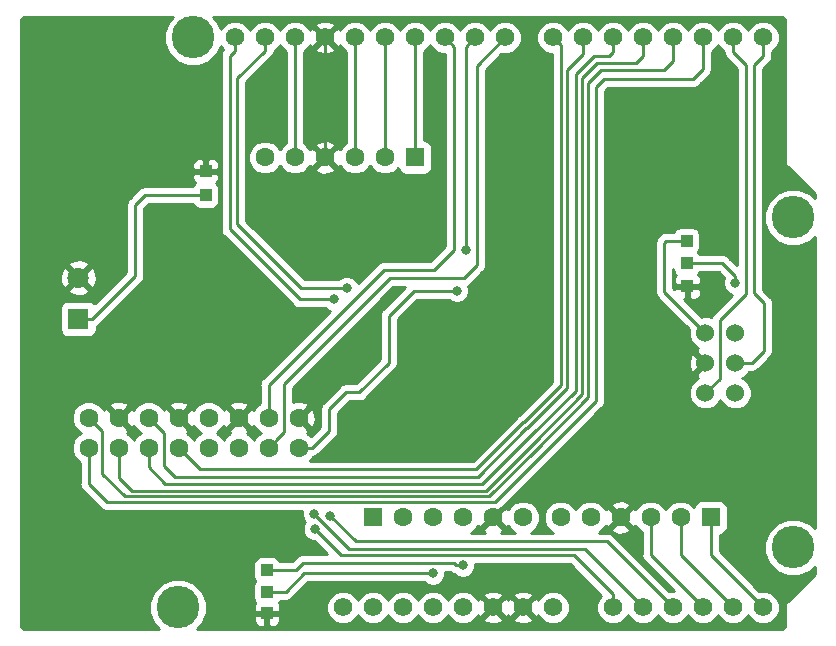
<source format=gbr>
G04 #@! TF.GenerationSoftware,KiCad,Pcbnew,(5.0.2)-1*
G04 #@! TF.CreationDate,2019-02-21T18:21:24-08:00*
G04 #@! TF.ProjectId,Arduino_uno_sheild,41726475-696e-46f5-9f75-6e6f5f736865,rev?*
G04 #@! TF.SameCoordinates,Original*
G04 #@! TF.FileFunction,Copper,L1,Top*
G04 #@! TF.FilePolarity,Positive*
%FSLAX46Y46*%
G04 Gerber Fmt 4.6, Leading zero omitted, Abs format (unit mm)*
G04 Created by KiCad (PCBNEW (5.0.2)-1) date 2/21/2019 6:21:24 PM*
%MOMM*%
%LPD*%
G01*
G04 APERTURE LIST*
G04 #@! TA.AperFunction,SMDPad,CuDef*
%ADD10R,1.000000X1.000000*%
G04 #@! TD*
G04 #@! TA.AperFunction,ComponentPad*
%ADD11C,1.560000*%
G04 #@! TD*
G04 #@! TA.AperFunction,WasherPad*
%ADD12C,3.600000*%
G04 #@! TD*
G04 #@! TA.AperFunction,ComponentPad*
%ADD13C,1.600000*%
G04 #@! TD*
G04 #@! TA.AperFunction,ComponentPad*
%ADD14R,1.600000X1.600000*%
G04 #@! TD*
G04 #@! TA.AperFunction,ComponentPad*
%ADD15C,1.524000*%
G04 #@! TD*
G04 #@! TA.AperFunction,ComponentPad*
%ADD16C,1.800000*%
G04 #@! TD*
G04 #@! TA.AperFunction,ComponentPad*
%ADD17R,1.800000X1.800000*%
G04 #@! TD*
G04 #@! TA.AperFunction,ViaPad*
%ADD18C,0.800000*%
G04 #@! TD*
G04 #@! TA.AperFunction,Conductor*
%ADD19C,0.250000*%
G04 #@! TD*
G04 #@! TA.AperFunction,Conductor*
%ADD20C,0.254000*%
G04 #@! TD*
G04 APERTURE END LIST*
D10*
G04 #@! TO.P,TP8,1*
G04 #@! TO.N,GND*
X16319001Y39469999D03*
G04 #@! TD*
G04 #@! TO.P,TP7,1*
G04 #@! TO.N,+5V*
X16319500Y37465000D03*
G04 #@! TD*
G04 #@! TO.P,TP6,1*
G04 #@! TO.N,GND*
X57086500Y29718000D03*
G04 #@! TD*
G04 #@! TO.P,TP5,1*
G04 #@! TO.N,+5V*
X57023000Y31686500D03*
G04 #@! TD*
G04 #@! TO.P,TP4,1*
G04 #@! TO.N,/5V*
X21501100Y5727700D03*
G04 #@! TD*
G04 #@! TO.P,TP3,1*
G04 #@! TO.N,/3.3V*
X21501100Y3886200D03*
G04 #@! TD*
G04 #@! TO.P,TP2,1*
G04 #@! TO.N,GND*
X21501100Y2044700D03*
G04 #@! TD*
G04 #@! TO.P,TP1,1*
G04 #@! TO.N,+12V*
X57023000Y33591500D03*
G04 #@! TD*
D11*
G04 #@! TO.P,A1,31*
G04 #@! TO.N,Net-(A1-Pad31)*
X27940000Y2540000D03*
G04 #@! TO.P,A1,20*
G04 #@! TO.N,/IOREF*
X30480000Y2540000D03*
G04 #@! TO.P,A1,21*
G04 #@! TO.N,/RESET*
X33020000Y2540000D03*
G04 #@! TO.P,A1,22*
G04 #@! TO.N,/3.3V*
X35560000Y2540000D03*
G04 #@! TO.P,A1,23*
G04 #@! TO.N,/5V*
X38100000Y2540000D03*
G04 #@! TO.P,A1,24*
G04 #@! TO.N,GND*
X40640000Y2540000D03*
G04 #@! TO.P,A1,25*
X43180000Y2540000D03*
G04 #@! TO.P,A1,26*
G04 #@! TO.N,+12V*
X45720000Y2540000D03*
G04 #@! TO.P,A1,14*
G04 #@! TO.N,/A*
X50800000Y2540000D03*
G04 #@! TO.P,A1,15*
G04 #@! TO.N,/B*
X53340000Y2540000D03*
G04 #@! TO.P,A1,16*
G04 #@! TO.N,/C*
X55880000Y2540000D03*
G04 #@! TO.P,A1,17*
G04 #@! TO.N,/A3*
X58420000Y2540000D03*
G04 #@! TO.P,A1,18*
G04 #@! TO.N,/A4*
X60960000Y2540000D03*
G04 #@! TO.P,A1,19*
G04 #@! TO.N,/A5*
X63500000Y2540000D03*
G04 #@! TO.P,A1,30*
G04 #@! TO.N,/SCL*
X18796000Y50800000D03*
G04 #@! TO.P,A1,29*
G04 #@! TO.N,/SDA*
X21336000Y50800000D03*
G04 #@! TO.P,A1,28*
G04 #@! TO.N,/AREF*
X23876000Y50800000D03*
G04 #@! TO.P,A1,27*
G04 #@! TO.N,GND*
X26416000Y50800000D03*
G04 #@! TO.P,A1,13*
G04 #@! TO.N,/SCK*
X28956000Y50800000D03*
G04 #@! TO.P,A1,12*
G04 #@! TO.N,/MISO*
X31496000Y50800000D03*
G04 #@! TO.P,A1,11*
G04 #@! TO.N,/MOSI*
X34036000Y50800000D03*
G04 #@! TO.P,A1,10*
G04 #@! TO.N,/LAT*
X36576000Y50800000D03*
G04 #@! TO.P,A1,9*
G04 #@! TO.N,/OE*
X39116000Y50800000D03*
G04 #@! TO.P,A1,8*
G04 #@! TO.N,/CLK*
X41656000Y50800000D03*
G04 #@! TO.P,A1,7*
G04 #@! TO.N,/B2*
X45720000Y50800000D03*
G04 #@! TO.P,A1,6*
G04 #@! TO.N,/G2*
X48260000Y50800000D03*
G04 #@! TO.P,A1,5*
G04 #@! TO.N,/R2*
X50800000Y50800000D03*
G04 #@! TO.P,A1,4*
G04 #@! TO.N,/B1*
X53340000Y50800000D03*
G04 #@! TO.P,A1,3*
G04 #@! TO.N,/G1*
X55880000Y50800000D03*
G04 #@! TO.P,A1,2*
G04 #@! TO.N,/R1*
X58420000Y50800000D03*
G04 #@! TO.P,A1,1*
G04 #@! TO.N,/TX*
X60960000Y50800000D03*
G04 #@! TO.P,A1,0*
G04 #@! TO.N,/RX*
X63500000Y50800000D03*
D12*
G04 #@! TO.P,A1,*
G04 #@! TO.N,*
X15240000Y50800000D03*
X66040000Y35560000D03*
X66040000Y7620000D03*
X13970000Y2540000D03*
G04 #@! TD*
D13*
G04 #@! TO.P,J1,1*
G04 #@! TO.N,/R1*
X6400800Y16052800D03*
G04 #@! TO.P,J1,2*
G04 #@! TO.N,/G1*
X6400800Y18592800D03*
G04 #@! TO.P,J1,3*
G04 #@! TO.N,/B1*
X8940800Y16052800D03*
G04 #@! TO.P,J1,4*
G04 #@! TO.N,GND*
X8940800Y18592800D03*
G04 #@! TO.P,J1,5*
G04 #@! TO.N,/R2*
X11480800Y16052800D03*
G04 #@! TO.P,J1,6*
G04 #@! TO.N,/G2*
X11480800Y18592800D03*
G04 #@! TO.P,J1,7*
G04 #@! TO.N,/B2*
X14020800Y16052800D03*
G04 #@! TO.P,J1,8*
G04 #@! TO.N,GND*
X14020800Y18592800D03*
G04 #@! TO.P,J1,9*
G04 #@! TO.N,/A*
X16560800Y16052800D03*
G04 #@! TO.P,J1,10*
G04 #@! TO.N,/B*
X16560800Y18592800D03*
G04 #@! TO.P,J1,11*
G04 #@! TO.N,/C*
X19100800Y16052800D03*
G04 #@! TO.P,J1,12*
G04 #@! TO.N,GND*
X19100800Y18592800D03*
G04 #@! TO.P,J1,13*
G04 #@! TO.N,/CLK*
X21640800Y16052800D03*
G04 #@! TO.P,J1,14*
G04 #@! TO.N,/LAT*
X21640800Y18592800D03*
G04 #@! TO.P,J1,15*
G04 #@! TO.N,/OE*
X24180800Y16052800D03*
G04 #@! TO.P,J1,16*
G04 #@! TO.N,GND*
X24180800Y18592800D03*
G04 #@! TD*
G04 #@! TO.P,J2,6*
G04 #@! TO.N,/SDA*
X46355000Y10160000D03*
G04 #@! TO.P,J2,5*
G04 #@! TO.N,/SCL*
X48895000Y10160000D03*
G04 #@! TO.P,J2,4*
G04 #@! TO.N,GND*
X51435000Y10160000D03*
G04 #@! TO.P,J2,3*
G04 #@! TO.N,/A3*
X53975000Y10160000D03*
G04 #@! TO.P,J2,2*
G04 #@! TO.N,/A4*
X56515000Y10160000D03*
D14*
G04 #@! TO.P,J2,1*
G04 #@! TO.N,/A5*
X59055000Y10160000D03*
G04 #@! TD*
D13*
G04 #@! TO.P,J3,6*
G04 #@! TO.N,Net-(J3-Pad6)*
X43180000Y10160000D03*
G04 #@! TO.P,J3,5*
G04 #@! TO.N,GND*
X40640000Y10160000D03*
G04 #@! TO.P,J3,4*
G04 #@! TO.N,/5V*
X38100000Y10160000D03*
G04 #@! TO.P,J3,3*
G04 #@! TO.N,/3.3V*
X35560000Y10160000D03*
G04 #@! TO.P,J3,2*
G04 #@! TO.N,/RESET*
X33020000Y10160000D03*
D14*
G04 #@! TO.P,J3,1*
G04 #@! TO.N,/IOREF*
X30480000Y10160000D03*
G04 #@! TD*
D13*
G04 #@! TO.P,J4,6*
G04 #@! TO.N,Net-(J4-Pad6)*
X21336000Y40640000D03*
G04 #@! TO.P,J4,5*
G04 #@! TO.N,/AREF*
X23876000Y40640000D03*
G04 #@! TO.P,J4,4*
G04 #@! TO.N,GND*
X26416000Y40640000D03*
G04 #@! TO.P,J4,3*
G04 #@! TO.N,/SCK*
X28956000Y40640000D03*
G04 #@! TO.P,J4,2*
G04 #@! TO.N,/MISO*
X31496000Y40640000D03*
D14*
G04 #@! TO.P,J4,1*
G04 #@! TO.N,/MOSI*
X34036000Y40640000D03*
G04 #@! TD*
D15*
G04 #@! TO.P,J5,6*
G04 #@! TO.N,Net-(J5-Pad6)*
X61150500Y20701000D03*
G04 #@! TO.P,J5,5*
G04 #@! TO.N,/TX*
X58610500Y20701000D03*
G04 #@! TO.P,J5,4*
G04 #@! TO.N,/RX*
X61150500Y23241000D03*
G04 #@! TO.P,J5,3*
G04 #@! TO.N,GND*
X58610500Y23241000D03*
G04 #@! TO.P,J5,2*
G04 #@! TO.N,+5V*
X61150500Y25781000D03*
G04 #@! TO.P,J5,1*
G04 #@! TO.N,+12V*
X58610500Y25781000D03*
G04 #@! TD*
D16*
G04 #@! TO.P,J6,2*
G04 #@! TO.N,GND*
X5537200Y30474800D03*
D17*
G04 #@! TO.P,J6,1*
G04 #@! TO.N,+5V*
X5537200Y26974800D03*
G04 #@! TD*
D18*
G04 #@! TO.N,/OE*
X38354000Y32829500D03*
X37592000Y29337000D03*
G04 #@! TO.N,GND*
X58991500Y27622500D03*
G04 #@! TO.N,/SDA*
X28257500Y29591000D03*
G04 #@! TO.N,/SCL*
X27178000Y28638500D03*
G04 #@! TO.N,/C*
X26873200Y10312400D03*
G04 #@! TO.N,/B*
X25501600Y10464800D03*
G04 #@! TO.N,/A*
X25552400Y9194800D03*
G04 #@! TO.N,/5V*
X38100000Y6096000D03*
G04 #@! TO.N,/3.3V*
X35560000Y5435600D03*
G04 #@! TO.N,+5V*
X61150500Y30035500D03*
G04 #@! TD*
D19*
G04 #@! TO.N,/RX*
X63500000Y49212500D02*
X63500000Y50800000D01*
X62547500Y23241000D02*
X63563500Y24257000D01*
X61150500Y23241000D02*
X62547500Y23241000D01*
X63563500Y24257000D02*
X63563500Y28321000D01*
X63563500Y28321000D02*
X62738000Y29146500D01*
X62738000Y29146500D02*
X62738000Y48450500D01*
X62738000Y48450500D02*
X63500000Y49212500D01*
G04 #@! TO.N,/TX*
X59817000Y21907500D02*
X58610500Y20701000D01*
X59817000Y26860500D02*
X59817000Y21907500D01*
X62039500Y29083000D02*
X59817000Y26860500D01*
X62039500Y48450500D02*
X62039500Y29083000D01*
X60960000Y50800000D02*
X60960000Y49530000D01*
X60960000Y49530000D02*
X62039500Y48450500D01*
G04 #@! TO.N,/R1*
X44450000Y15113000D02*
X49339500Y20002500D01*
X49339500Y34480500D02*
X49339500Y34671000D01*
X49339500Y20002500D02*
X49339500Y34480500D01*
X58420000Y48133000D02*
X58420000Y50800000D01*
X57594500Y47307500D02*
X58420000Y48133000D01*
X50038000Y47307500D02*
X57594500Y47307500D01*
X49339500Y34480500D02*
X49339500Y46609000D01*
X49339500Y46609000D02*
X50038000Y47307500D01*
X44450000Y15113000D02*
X44424600Y15113000D01*
X44424600Y15113000D02*
X40792400Y11480800D01*
X40792400Y11480800D02*
X7924800Y11480800D01*
X6400800Y13004800D02*
X6400800Y16052800D01*
X7924800Y11480800D02*
X6400800Y13004800D01*
G04 #@! TO.N,/G1*
X49784000Y48006000D02*
X55118000Y48006000D01*
X48704500Y46926500D02*
X49784000Y48006000D01*
X55880000Y48768000D02*
X55880000Y50800000D01*
X44196000Y15811500D02*
X48704500Y20320000D01*
X55118000Y48006000D02*
X55880000Y48768000D01*
X48704500Y20320000D02*
X48704500Y46926500D01*
X44196000Y15811500D02*
X44196000Y15798800D01*
X44196000Y15798800D02*
X40335200Y11938000D01*
X40335200Y11938000D02*
X9448800Y11938000D01*
X7200799Y17792801D02*
X6400800Y18592800D01*
X7525801Y17467799D02*
X7200799Y17792801D01*
X7525801Y13860999D02*
X7525801Y17467799D01*
X9448800Y11938000D02*
X7525801Y13860999D01*
G04 #@! TO.N,/B1*
X52768500Y48641000D02*
X53340000Y49212500D01*
X53340000Y49212500D02*
X53340000Y50800000D01*
X48196500Y47371000D02*
X49466500Y48641000D01*
X48196500Y20574000D02*
X48196500Y47371000D01*
X8940800Y13512800D02*
X10058400Y12395200D01*
X49466500Y48641000D02*
X52768500Y48641000D01*
X10058400Y12395200D02*
X40030400Y12395200D01*
X40030400Y12395200D02*
X44069000Y16433800D01*
X8940800Y16052800D02*
X8940800Y13512800D01*
X44069000Y16433800D02*
X44069000Y16446500D01*
X44069000Y16446500D02*
X48196500Y20574000D01*
G04 #@! TO.N,/R2*
X50800000Y49593500D02*
X50419000Y49212500D01*
X50800000Y50800000D02*
X50800000Y49593500D01*
X49149000Y49212500D02*
X47625000Y47688500D01*
X50419000Y49212500D02*
X49149000Y49212500D01*
X47625000Y47688500D02*
X47625000Y20891500D01*
X47625000Y20891500D02*
X43878500Y17145000D01*
X43878500Y17145000D02*
X43865800Y17145000D01*
X43865800Y17145000D02*
X39725600Y13004800D01*
X39725600Y13004800D02*
X12903200Y13004800D01*
X11480800Y14427200D02*
X11480800Y16052800D01*
X12903200Y13004800D02*
X11480800Y14427200D01*
G04 #@! TO.N,/G2*
X43497500Y17716500D02*
X46863000Y21082000D01*
X48260000Y49403000D02*
X46863000Y48006000D01*
X48260000Y50800000D02*
X48260000Y49403000D01*
X46863000Y21082000D02*
X46863000Y48006000D01*
X43497500Y17716500D02*
X43472100Y17716500D01*
X43472100Y17716500D02*
X39370000Y13614400D01*
X39370000Y13614400D02*
X13716000Y13614400D01*
X13716000Y13614400D02*
X12801600Y14528800D01*
X12801600Y17272000D02*
X11480800Y18592800D01*
X12801600Y14528800D02*
X12801600Y17272000D01*
G04 #@! TO.N,/B2*
X46355000Y50165000D02*
X45720000Y50800000D01*
X46355000Y21336000D02*
X46355000Y50165000D01*
X43243500Y18224500D02*
X46355000Y21336000D01*
X43243500Y18224500D02*
X43218100Y18224500D01*
X43218100Y18224500D02*
X39217600Y14224000D01*
X15849600Y14224000D02*
X14020800Y16052800D01*
X39217600Y14224000D02*
X15849600Y14224000D01*
G04 #@! TO.N,/CLK*
X39243000Y48387000D02*
X41656000Y50800000D01*
X39243000Y31496000D02*
X39243000Y48387000D01*
X22440799Y16852799D02*
X22440799Y16903599D01*
X21640800Y16052800D02*
X22440799Y16852799D01*
X22440799Y16903599D02*
X22910800Y17373600D01*
X22910800Y17373600D02*
X22910800Y21450300D01*
X22910800Y21450300D02*
X31877000Y30416500D01*
X38163500Y30416500D02*
X39243000Y31496000D01*
X31877000Y30416500D02*
X38163500Y30416500D01*
G04 #@! TO.N,/OE*
X38336001Y50020001D02*
X38336001Y33101499D01*
X39116000Y50800000D02*
X38336001Y50020001D01*
X38336001Y33101499D02*
X38354000Y33083500D01*
X38354000Y33083500D02*
X38354000Y32829500D01*
X37592000Y29337000D02*
X33909000Y29337000D01*
X29325370Y20764500D02*
X31813500Y23252630D01*
X28194000Y20764500D02*
X29325370Y20764500D01*
X31813500Y27241500D02*
X33909000Y29337000D01*
X31813500Y23252630D02*
X31813500Y27241500D01*
X25312170Y16052800D02*
X26771600Y17512230D01*
X24180800Y16052800D02*
X25312170Y16052800D01*
X26771600Y19342100D02*
X28194000Y20764500D01*
X26771600Y17512230D02*
X26771600Y19342100D01*
G04 #@! TO.N,/LAT*
X21640800Y21386800D02*
X21640800Y18592800D01*
X31369000Y31115000D02*
X21640800Y21386800D01*
X35623500Y31115000D02*
X31369000Y31115000D01*
X37355999Y32847499D02*
X35623500Y31115000D01*
X36576000Y50800000D02*
X37355999Y50020001D01*
X37355999Y50020001D02*
X37355999Y32847499D01*
G04 #@! TO.N,/MOSI*
X34036000Y50800000D02*
X34036000Y40640000D01*
G04 #@! TO.N,/MISO*
X31496000Y49696914D02*
X31496000Y40640000D01*
X31496000Y50800000D02*
X31496000Y49696914D01*
G04 #@! TO.N,/SCK*
X28956000Y50800000D02*
X28956000Y40640000D01*
G04 #@! TO.N,GND*
X26416000Y50800000D02*
X26416000Y40640000D01*
G04 #@! TO.N,/AREF*
X23876000Y49696914D02*
X23876000Y40640000D01*
X23876000Y50800000D02*
X23876000Y49696914D01*
G04 #@! TO.N,/SDA*
X21336000Y49696914D02*
X18986500Y47347414D01*
X21336000Y50800000D02*
X21336000Y49696914D01*
X18986500Y47347414D02*
X18986500Y34988500D01*
X18986500Y34988500D02*
X24384000Y29591000D01*
X24384000Y29591000D02*
X28257500Y29591000D01*
G04 #@! TO.N,/SCL*
X18796000Y49696914D02*
X18351500Y49252414D01*
X18796000Y50800000D02*
X18796000Y49696914D01*
X18351500Y49252414D02*
X18351500Y34544000D01*
X18351500Y34544000D02*
X24257000Y28638500D01*
X24257000Y28638500D02*
X27178000Y28638500D01*
G04 #@! TO.N,/A5*
X59055000Y6985000D02*
X63500000Y2540000D01*
X59055000Y10160000D02*
X59055000Y6985000D01*
G04 #@! TO.N,/A4*
X56515000Y6985000D02*
X60960000Y2540000D01*
X56515000Y10160000D02*
X56515000Y6985000D01*
G04 #@! TO.N,/A3*
X53975000Y6985000D02*
X58420000Y2540000D01*
X53975000Y10160000D02*
X53975000Y6985000D01*
G04 #@! TO.N,/C*
X55880000Y2540000D02*
X50292000Y8128000D01*
X50292000Y8128000D02*
X29972000Y8128000D01*
X29972000Y8128000D02*
X29057600Y8128000D01*
X29057600Y8128000D02*
X26873200Y10312400D01*
G04 #@! TO.N,/B*
X48387000Y7493000D02*
X29591000Y7493000D01*
X53340000Y2540000D02*
X48387000Y7493000D01*
X29591000Y7493000D02*
X28473400Y7493000D01*
X28473400Y7493000D02*
X25501600Y10464800D01*
G04 #@! TO.N,/A*
X50800000Y3643086D02*
X47458086Y6985000D01*
X47458086Y6985000D02*
X29337000Y6985000D01*
X50800000Y2540000D02*
X50800000Y3643086D01*
X29337000Y6985000D02*
X27762200Y6985000D01*
X27762200Y6985000D02*
X25552400Y9194800D01*
G04 #@! TO.N,+12V*
X57086500Y33528000D02*
X57023000Y33591500D01*
X55308500Y33591500D02*
X57023000Y33591500D01*
X55118000Y33401000D02*
X55308500Y33591500D01*
X58610500Y25781000D02*
X55118000Y29273500D01*
X55118000Y29273500D02*
X55118000Y33401000D01*
G04 #@! TO.N,/5V*
X37896800Y6299200D02*
X38100000Y6096000D01*
X37534315Y6096000D02*
X37331115Y6299200D01*
X38100000Y6096000D02*
X37534315Y6096000D01*
X37331115Y6299200D02*
X24536400Y6299200D01*
X23964900Y5727700D02*
X21501100Y5727700D01*
X24536400Y6299200D02*
X23964900Y5727700D01*
G04 #@! TO.N,/3.3V*
X21501100Y3886200D02*
X23088600Y3886200D01*
X24638000Y5435600D02*
X35560000Y5435600D01*
X23088600Y3886200D02*
X24638000Y5435600D01*
G04 #@! TO.N,+5V*
X11176000Y37465000D02*
X16319500Y37465000D01*
X10350500Y36639500D02*
X11176000Y37465000D01*
X57773000Y31686500D02*
X57023000Y31686500D01*
X60065185Y31686500D02*
X57773000Y31686500D01*
X61150500Y30601185D02*
X60065185Y31686500D01*
X61150500Y30035500D02*
X61150500Y30601185D01*
X10350500Y30638100D02*
X10350500Y36639500D01*
X6687200Y26974800D02*
X10350500Y30638100D01*
X5537200Y26974800D02*
X6687200Y26974800D01*
G04 #@! TD*
D20*
G04 #@! TO.N,GND*
G36*
X13550229Y52553838D02*
X13175707Y52179316D01*
X12805000Y51284352D01*
X12805000Y50315648D01*
X13175707Y49420684D01*
X13860684Y48735707D01*
X14755648Y48365000D01*
X15724352Y48365000D01*
X16619316Y48735707D01*
X17304293Y49420684D01*
X17570020Y50062205D01*
X17596421Y49998467D01*
X17799956Y49794932D01*
X17635596Y49548950D01*
X17591500Y49327265D01*
X17591500Y49327261D01*
X17576612Y49252414D01*
X17591500Y49177567D01*
X17591501Y34618852D01*
X17576612Y34544000D01*
X17591501Y34469148D01*
X17635597Y34247463D01*
X17803572Y33996071D01*
X17867028Y33953671D01*
X23666671Y28154027D01*
X23709071Y28090571D01*
X23960463Y27922596D01*
X24182148Y27878500D01*
X24182152Y27878500D01*
X24256999Y27863612D01*
X24331846Y27878500D01*
X26474289Y27878500D01*
X26591720Y27761069D01*
X26838180Y27658982D01*
X21156330Y21977131D01*
X21092871Y21934729D01*
X20924896Y21683336D01*
X20880800Y21461651D01*
X20880800Y21461647D01*
X20865912Y21386800D01*
X20880800Y21311953D01*
X20880801Y19831230D01*
X20827938Y19809334D01*
X20424266Y19405662D01*
X20377275Y19292217D01*
X20354664Y19346805D01*
X20108545Y19420939D01*
X19280405Y18592800D01*
X20108545Y17764661D01*
X20354664Y17838795D01*
X20375674Y17897248D01*
X20424266Y17779938D01*
X20827938Y17376266D01*
X20957016Y17322800D01*
X20827938Y17269334D01*
X20424266Y16865662D01*
X20370800Y16736584D01*
X20317334Y16865662D01*
X19913662Y17269334D01*
X19800217Y17316325D01*
X19854805Y17338936D01*
X19928939Y17585055D01*
X19100800Y18413195D01*
X18272661Y17585055D01*
X18346795Y17338936D01*
X18405248Y17317926D01*
X18287938Y17269334D01*
X17884266Y16865662D01*
X17830800Y16736584D01*
X17777334Y16865662D01*
X17373662Y17269334D01*
X17244584Y17322800D01*
X17373662Y17376266D01*
X17777334Y17779938D01*
X17824325Y17893383D01*
X17846936Y17838795D01*
X18093055Y17764661D01*
X18921195Y18592800D01*
X18093055Y19420939D01*
X17846936Y19346805D01*
X17825926Y19288352D01*
X17777334Y19405662D01*
X17582451Y19600545D01*
X18272661Y19600545D01*
X19100800Y18772405D01*
X19928939Y19600545D01*
X19854805Y19846664D01*
X19317577Y20039765D01*
X18747346Y20012578D01*
X18346795Y19846664D01*
X18272661Y19600545D01*
X17582451Y19600545D01*
X17373662Y19809334D01*
X16846239Y20027800D01*
X16275361Y20027800D01*
X15747938Y19809334D01*
X15344266Y19405662D01*
X15297275Y19292217D01*
X15274664Y19346805D01*
X15028545Y19420939D01*
X14200405Y18592800D01*
X15028545Y17764661D01*
X15274664Y17838795D01*
X15295674Y17897248D01*
X15344266Y17779938D01*
X15747938Y17376266D01*
X15877016Y17322800D01*
X15747938Y17269334D01*
X15344266Y16865662D01*
X15290800Y16736584D01*
X15237334Y16865662D01*
X14833662Y17269334D01*
X14720217Y17316325D01*
X14774805Y17338936D01*
X14848939Y17585055D01*
X14020800Y18413195D01*
X14006658Y18399052D01*
X13827052Y18578658D01*
X13841195Y18592800D01*
X13013055Y19420939D01*
X12766936Y19346805D01*
X12745926Y19288352D01*
X12697334Y19405662D01*
X12502451Y19600545D01*
X13192661Y19600545D01*
X14020800Y18772405D01*
X14848939Y19600545D01*
X14774805Y19846664D01*
X14237577Y20039765D01*
X13667346Y20012578D01*
X13266795Y19846664D01*
X13192661Y19600545D01*
X12502451Y19600545D01*
X12293662Y19809334D01*
X11766239Y20027800D01*
X11195361Y20027800D01*
X10667938Y19809334D01*
X10264266Y19405662D01*
X10217275Y19292217D01*
X10194664Y19346805D01*
X9948545Y19420939D01*
X9120405Y18592800D01*
X9948545Y17764661D01*
X10194664Y17838795D01*
X10215674Y17897248D01*
X10264266Y17779938D01*
X10667938Y17376266D01*
X10797016Y17322800D01*
X10667938Y17269334D01*
X10264266Y16865662D01*
X10210800Y16736584D01*
X10157334Y16865662D01*
X9753662Y17269334D01*
X9640217Y17316325D01*
X9694805Y17338936D01*
X9768939Y17585055D01*
X8940800Y18413195D01*
X8926658Y18399052D01*
X8747052Y18578658D01*
X8761195Y18592800D01*
X7933055Y19420939D01*
X7686936Y19346805D01*
X7665926Y19288352D01*
X7617334Y19405662D01*
X7422451Y19600545D01*
X8112661Y19600545D01*
X8940800Y18772405D01*
X9768939Y19600545D01*
X9694805Y19846664D01*
X9157577Y20039765D01*
X8587346Y20012578D01*
X8186795Y19846664D01*
X8112661Y19600545D01*
X7422451Y19600545D01*
X7213662Y19809334D01*
X6686239Y20027800D01*
X6115361Y20027800D01*
X5587938Y19809334D01*
X5184266Y19405662D01*
X4965800Y18878239D01*
X4965800Y18307361D01*
X5184266Y17779938D01*
X5587938Y17376266D01*
X5717016Y17322800D01*
X5587938Y17269334D01*
X5184266Y16865662D01*
X4965800Y16338239D01*
X4965800Y15767361D01*
X5184266Y15239938D01*
X5587938Y14836266D01*
X5640801Y14814370D01*
X5640800Y13079647D01*
X5625912Y13004800D01*
X5640800Y12929953D01*
X5640800Y12929949D01*
X5684896Y12708264D01*
X5852871Y12456871D01*
X5916330Y12414469D01*
X7334473Y10996324D01*
X7376871Y10932871D01*
X7440324Y10890473D01*
X7440326Y10890471D01*
X7565702Y10806698D01*
X7628263Y10764896D01*
X7849948Y10720800D01*
X7849952Y10720800D01*
X7924799Y10705912D01*
X7999646Y10720800D01*
X24487363Y10720800D01*
X24466600Y10670674D01*
X24466600Y10258926D01*
X24624169Y9878520D01*
X24698289Y9804400D01*
X24674969Y9781080D01*
X24517400Y9400674D01*
X24517400Y8988926D01*
X24674969Y8608520D01*
X24966120Y8317369D01*
X25346526Y8159800D01*
X25512599Y8159800D01*
X26613198Y7059200D01*
X24611246Y7059200D01*
X24536399Y7074088D01*
X24461552Y7059200D01*
X24461548Y7059200D01*
X24239863Y7015104D01*
X23988471Y6847129D01*
X23946071Y6783673D01*
X23650099Y6487700D01*
X22591082Y6487700D01*
X22458909Y6685509D01*
X22248865Y6825857D01*
X22001100Y6875140D01*
X21001100Y6875140D01*
X20753335Y6825857D01*
X20543291Y6685509D01*
X20402943Y6475465D01*
X20353660Y6227700D01*
X20353660Y5227700D01*
X20402943Y4979935D01*
X20518529Y4806950D01*
X20402943Y4633965D01*
X20353660Y4386200D01*
X20353660Y3386200D01*
X20402943Y3138435D01*
X20520650Y2962275D01*
X20462773Y2904398D01*
X20366100Y2671009D01*
X20366100Y2330450D01*
X20524850Y2171700D01*
X21374100Y2171700D01*
X21374100Y2191700D01*
X21628100Y2191700D01*
X21628100Y2171700D01*
X22477350Y2171700D01*
X22636100Y2330450D01*
X22636100Y2671009D01*
X22573781Y2821461D01*
X26525000Y2821461D01*
X26525000Y2258539D01*
X26740421Y1738467D01*
X27138467Y1340421D01*
X27658539Y1125000D01*
X28221461Y1125000D01*
X28741533Y1340421D01*
X29139579Y1738467D01*
X29210000Y1908478D01*
X29280421Y1738467D01*
X29678467Y1340421D01*
X30198539Y1125000D01*
X30761461Y1125000D01*
X31281533Y1340421D01*
X31679579Y1738467D01*
X31750000Y1908478D01*
X31820421Y1738467D01*
X32218467Y1340421D01*
X32738539Y1125000D01*
X33301461Y1125000D01*
X33821533Y1340421D01*
X34219579Y1738467D01*
X34290000Y1908478D01*
X34360421Y1738467D01*
X34758467Y1340421D01*
X35278539Y1125000D01*
X35841461Y1125000D01*
X36361533Y1340421D01*
X36759579Y1738467D01*
X36830000Y1908478D01*
X36900421Y1738467D01*
X37298467Y1340421D01*
X37818539Y1125000D01*
X38381461Y1125000D01*
X38901533Y1340421D01*
X39107857Y1546745D01*
X39826350Y1546745D01*
X39898028Y1302697D01*
X40428003Y1112940D01*
X40990252Y1140441D01*
X41381972Y1302697D01*
X41453650Y1546745D01*
X42366350Y1546745D01*
X42438028Y1302697D01*
X42968003Y1112940D01*
X43530252Y1140441D01*
X43921972Y1302697D01*
X43993650Y1546745D01*
X43180000Y2360395D01*
X42366350Y1546745D01*
X41453650Y1546745D01*
X40640000Y2360395D01*
X39826350Y1546745D01*
X39107857Y1546745D01*
X39299579Y1738467D01*
X39363473Y1892722D01*
X39402697Y1798028D01*
X39646745Y1726350D01*
X40460395Y2540000D01*
X40819605Y2540000D01*
X41633255Y1726350D01*
X41877303Y1798028D01*
X41907622Y1882706D01*
X41942697Y1798028D01*
X42186745Y1726350D01*
X43000395Y2540000D01*
X43359605Y2540000D01*
X44173255Y1726350D01*
X44417303Y1798028D01*
X44453674Y1899609D01*
X44520421Y1738467D01*
X44918467Y1340421D01*
X45438539Y1125000D01*
X46001461Y1125000D01*
X46521533Y1340421D01*
X46919579Y1738467D01*
X47135000Y2258539D01*
X47135000Y2821461D01*
X46919579Y3341533D01*
X46521533Y3739579D01*
X46001461Y3955000D01*
X45438539Y3955000D01*
X44918467Y3739579D01*
X44520421Y3341533D01*
X44456527Y3187278D01*
X44417303Y3281972D01*
X44173255Y3353650D01*
X43359605Y2540000D01*
X43000395Y2540000D01*
X42186745Y3353650D01*
X41942697Y3281972D01*
X41912378Y3197294D01*
X41877303Y3281972D01*
X41633255Y3353650D01*
X40819605Y2540000D01*
X40460395Y2540000D01*
X39646745Y3353650D01*
X39402697Y3281972D01*
X39366326Y3180391D01*
X39299579Y3341533D01*
X39107857Y3533255D01*
X39826350Y3533255D01*
X40640000Y2719605D01*
X41453650Y3533255D01*
X42366350Y3533255D01*
X43180000Y2719605D01*
X43993650Y3533255D01*
X43921972Y3777303D01*
X43391997Y3967060D01*
X42829748Y3939559D01*
X42438028Y3777303D01*
X42366350Y3533255D01*
X41453650Y3533255D01*
X41381972Y3777303D01*
X40851997Y3967060D01*
X40289748Y3939559D01*
X39898028Y3777303D01*
X39826350Y3533255D01*
X39107857Y3533255D01*
X38901533Y3739579D01*
X38381461Y3955000D01*
X37818539Y3955000D01*
X37298467Y3739579D01*
X36900421Y3341533D01*
X36830000Y3171522D01*
X36759579Y3341533D01*
X36361533Y3739579D01*
X35841461Y3955000D01*
X35278539Y3955000D01*
X34758467Y3739579D01*
X34360421Y3341533D01*
X34290000Y3171522D01*
X34219579Y3341533D01*
X33821533Y3739579D01*
X33301461Y3955000D01*
X32738539Y3955000D01*
X32218467Y3739579D01*
X31820421Y3341533D01*
X31750000Y3171522D01*
X31679579Y3341533D01*
X31281533Y3739579D01*
X30761461Y3955000D01*
X30198539Y3955000D01*
X29678467Y3739579D01*
X29280421Y3341533D01*
X29210000Y3171522D01*
X29139579Y3341533D01*
X28741533Y3739579D01*
X28221461Y3955000D01*
X27658539Y3955000D01*
X27138467Y3739579D01*
X26740421Y3341533D01*
X26525000Y2821461D01*
X22573781Y2821461D01*
X22539427Y2904398D01*
X22481550Y2962275D01*
X22591082Y3126200D01*
X23013753Y3126200D01*
X23088600Y3111312D01*
X23163447Y3126200D01*
X23163452Y3126200D01*
X23385137Y3170296D01*
X23636529Y3338271D01*
X23678931Y3401730D01*
X24952803Y4675600D01*
X34856289Y4675600D01*
X34973720Y4558169D01*
X35354126Y4400600D01*
X35765874Y4400600D01*
X36146280Y4558169D01*
X36437431Y4849320D01*
X36595000Y5229726D01*
X36595000Y5539200D01*
X36999662Y5539200D01*
X37237778Y5380096D01*
X37380603Y5351686D01*
X37513720Y5218569D01*
X37894126Y5061000D01*
X38305874Y5061000D01*
X38686280Y5218569D01*
X38977431Y5509720D01*
X39135000Y5890126D01*
X39135000Y6225000D01*
X47143285Y6225000D01*
X49813586Y3554698D01*
X49600421Y3341533D01*
X49385000Y2821461D01*
X49385000Y2258539D01*
X49600421Y1738467D01*
X49998467Y1340421D01*
X50518539Y1125000D01*
X51081461Y1125000D01*
X51601533Y1340421D01*
X51999579Y1738467D01*
X52070000Y1908478D01*
X52140421Y1738467D01*
X52538467Y1340421D01*
X53058539Y1125000D01*
X53621461Y1125000D01*
X54141533Y1340421D01*
X54539579Y1738467D01*
X54610000Y1908478D01*
X54680421Y1738467D01*
X55078467Y1340421D01*
X55598539Y1125000D01*
X56161461Y1125000D01*
X56681533Y1340421D01*
X57079579Y1738467D01*
X57150000Y1908478D01*
X57220421Y1738467D01*
X57618467Y1340421D01*
X58138539Y1125000D01*
X58701461Y1125000D01*
X59221533Y1340421D01*
X59619579Y1738467D01*
X59690000Y1908478D01*
X59760421Y1738467D01*
X60158467Y1340421D01*
X60678539Y1125000D01*
X61241461Y1125000D01*
X61761533Y1340421D01*
X62159579Y1738467D01*
X62230000Y1908478D01*
X62300421Y1738467D01*
X62698467Y1340421D01*
X63218539Y1125000D01*
X63781461Y1125000D01*
X64301533Y1340421D01*
X64699579Y1738467D01*
X64915000Y2258539D01*
X64915000Y2821461D01*
X64699579Y3341533D01*
X64301533Y3739579D01*
X63781461Y3955000D01*
X63218539Y3955000D01*
X63177006Y3937796D01*
X59815000Y7299801D01*
X59815000Y8712560D01*
X59855000Y8712560D01*
X60102765Y8761843D01*
X60312809Y8902191D01*
X60453157Y9112235D01*
X60502440Y9360000D01*
X60502440Y10960000D01*
X60453157Y11207765D01*
X60312809Y11417809D01*
X60102765Y11558157D01*
X59855000Y11607440D01*
X58255000Y11607440D01*
X58007235Y11558157D01*
X57797191Y11417809D01*
X57656843Y11207765D01*
X57630262Y11074134D01*
X57327862Y11376534D01*
X56800439Y11595000D01*
X56229561Y11595000D01*
X55702138Y11376534D01*
X55298466Y10972862D01*
X55245000Y10843784D01*
X55191534Y10972862D01*
X54787862Y11376534D01*
X54260439Y11595000D01*
X53689561Y11595000D01*
X53162138Y11376534D01*
X52758466Y10972862D01*
X52711475Y10859417D01*
X52688864Y10914005D01*
X52442745Y10988139D01*
X51614605Y10160000D01*
X52442745Y9331861D01*
X52688864Y9405995D01*
X52709874Y9464448D01*
X52758466Y9347138D01*
X53162138Y8943466D01*
X53215000Y8921570D01*
X53215001Y7059852D01*
X53200112Y6985000D01*
X53259097Y6688463D01*
X53321055Y6595737D01*
X53427072Y6437071D01*
X53490528Y6394671D01*
X55930198Y3955000D01*
X55598539Y3955000D01*
X55557006Y3937797D01*
X50882331Y8612470D01*
X50839929Y8675929D01*
X50588537Y8843904D01*
X50366852Y8888000D01*
X50366847Y8888000D01*
X50292000Y8902888D01*
X50217153Y8888000D01*
X49573955Y8888000D01*
X49707862Y8943466D01*
X49916651Y9152255D01*
X50606861Y9152255D01*
X50680995Y8906136D01*
X51218223Y8713035D01*
X51788454Y8740222D01*
X52189005Y8906136D01*
X52263139Y9152255D01*
X51435000Y9980395D01*
X50606861Y9152255D01*
X49916651Y9152255D01*
X50111534Y9347138D01*
X50158525Y9460583D01*
X50181136Y9405995D01*
X50427255Y9331861D01*
X51255395Y10160000D01*
X50427255Y10988139D01*
X50181136Y10914005D01*
X50160126Y10855552D01*
X50111534Y10972862D01*
X49916651Y11167745D01*
X50606861Y11167745D01*
X51435000Y10339605D01*
X52263139Y11167745D01*
X52189005Y11413864D01*
X51651777Y11606965D01*
X51081546Y11579778D01*
X50680995Y11413864D01*
X50606861Y11167745D01*
X49916651Y11167745D01*
X49707862Y11376534D01*
X49180439Y11595000D01*
X48609561Y11595000D01*
X48082138Y11376534D01*
X47678466Y10972862D01*
X47625000Y10843784D01*
X47571534Y10972862D01*
X47167862Y11376534D01*
X46640439Y11595000D01*
X46069561Y11595000D01*
X45542138Y11376534D01*
X45138466Y10972862D01*
X44920000Y10445439D01*
X44920000Y9874561D01*
X45138466Y9347138D01*
X45542138Y8943466D01*
X45676045Y8888000D01*
X43858955Y8888000D01*
X43992862Y8943466D01*
X44396534Y9347138D01*
X44615000Y9874561D01*
X44615000Y10445439D01*
X44396534Y10972862D01*
X43992862Y11376534D01*
X43465439Y11595000D01*
X42894561Y11595000D01*
X42367138Y11376534D01*
X41963466Y10972862D01*
X41916475Y10859417D01*
X41893864Y10914005D01*
X41647745Y10988139D01*
X40819605Y10160000D01*
X41647745Y9331861D01*
X41893864Y9405995D01*
X41914874Y9464448D01*
X41963466Y9347138D01*
X42367138Y8943466D01*
X42501045Y8888000D01*
X41350221Y8888000D01*
X41394005Y8906136D01*
X41468139Y9152255D01*
X40640000Y9980395D01*
X39811861Y9152255D01*
X39885995Y8906136D01*
X39936451Y8888000D01*
X38778955Y8888000D01*
X38912862Y8943466D01*
X39316534Y9347138D01*
X39363525Y9460583D01*
X39386136Y9405995D01*
X39632255Y9331861D01*
X40460395Y10160000D01*
X40446252Y10174142D01*
X40625858Y10353748D01*
X40640000Y10339605D01*
X41059419Y10759024D01*
X41088937Y10764896D01*
X41340329Y10932871D01*
X41382731Y10996330D01*
X44857925Y14471523D01*
X44997929Y14565071D01*
X45040331Y14628530D01*
X49823973Y19412171D01*
X49887429Y19454571D01*
X50055404Y19705963D01*
X50099500Y19927648D01*
X50099500Y19927652D01*
X50114388Y20002499D01*
X50099500Y20077346D01*
X50099500Y23448698D01*
X57201356Y23448698D01*
X57229138Y22893632D01*
X57388103Y22509857D01*
X57630287Y22440392D01*
X58430895Y23241000D01*
X57630287Y24041608D01*
X57388103Y23972143D01*
X57201356Y23448698D01*
X50099500Y23448698D01*
X50099500Y46294199D01*
X50352802Y46547500D01*
X57519653Y46547500D01*
X57594500Y46532612D01*
X57669347Y46547500D01*
X57669352Y46547500D01*
X57891037Y46591596D01*
X58142429Y46759571D01*
X58184831Y46823029D01*
X58904476Y47542673D01*
X58967929Y47585071D01*
X59010327Y47648524D01*
X59010329Y47648526D01*
X59109316Y47796671D01*
X59135904Y47836463D01*
X59180000Y48058148D01*
X59180000Y48058152D01*
X59194888Y48132999D01*
X59180000Y48207846D01*
X59180000Y49583217D01*
X59221533Y49600421D01*
X59619579Y49998467D01*
X59690000Y50168478D01*
X59760421Y49998467D01*
X60158467Y49600421D01*
X60196025Y49584864D01*
X60185112Y49530000D01*
X60200001Y49455148D01*
X60213954Y49385000D01*
X60244097Y49233463D01*
X60369643Y49045571D01*
X60412072Y48982071D01*
X60475528Y48939671D01*
X61279500Y48135698D01*
X61279501Y31546986D01*
X60655516Y32170970D01*
X60613114Y32234429D01*
X60361722Y32402404D01*
X60140037Y32446500D01*
X60140032Y32446500D01*
X60065185Y32461388D01*
X59990338Y32446500D01*
X58112982Y32446500D01*
X57984356Y32639000D01*
X58121157Y32843735D01*
X58170440Y33091500D01*
X58170440Y34091500D01*
X58121157Y34339265D01*
X57980809Y34549309D01*
X57770765Y34689657D01*
X57523000Y34738940D01*
X56523000Y34738940D01*
X56275235Y34689657D01*
X56065191Y34549309D01*
X55933018Y34351500D01*
X55383348Y34351500D01*
X55308500Y34366388D01*
X55233652Y34351500D01*
X55233648Y34351500D01*
X55011963Y34307404D01*
X54760571Y34139429D01*
X54718169Y34075970D01*
X54633528Y33991329D01*
X54570072Y33948929D01*
X54527672Y33885473D01*
X54527671Y33885472D01*
X54402097Y33697537D01*
X54343112Y33401000D01*
X54358001Y33326148D01*
X54358000Y29348347D01*
X54343112Y29273500D01*
X54358000Y29198653D01*
X54358000Y29198649D01*
X54402096Y28976964D01*
X54570071Y28725571D01*
X54633530Y28683169D01*
X57226480Y26090218D01*
X57213500Y26058881D01*
X57213500Y25503119D01*
X57426180Y24989663D01*
X57819163Y24596680D01*
X58010147Y24517572D01*
X57879357Y24463397D01*
X57809892Y24221213D01*
X58610500Y23420605D01*
X58624643Y23434748D01*
X58804248Y23255143D01*
X58790105Y23241000D01*
X58804248Y23226858D01*
X58624643Y23047253D01*
X58610500Y23061395D01*
X57809892Y22260787D01*
X57879357Y22018603D01*
X58019893Y21968465D01*
X57819163Y21885320D01*
X57426180Y21492337D01*
X57213500Y20978881D01*
X57213500Y20423119D01*
X57426180Y19909663D01*
X57819163Y19516680D01*
X58332619Y19304000D01*
X58888381Y19304000D01*
X59401837Y19516680D01*
X59794820Y19909663D01*
X59880500Y20116513D01*
X59966180Y19909663D01*
X60359163Y19516680D01*
X60872619Y19304000D01*
X61428381Y19304000D01*
X61941837Y19516680D01*
X62334820Y19909663D01*
X62547500Y20423119D01*
X62547500Y20978881D01*
X62334820Y21492337D01*
X61941837Y21885320D01*
X61734987Y21971000D01*
X61941837Y22056680D01*
X62334820Y22449663D01*
X62347800Y22481000D01*
X62472653Y22481000D01*
X62547500Y22466112D01*
X62622347Y22481000D01*
X62622352Y22481000D01*
X62844037Y22525096D01*
X63095429Y22693071D01*
X63137831Y22756530D01*
X64047973Y23666671D01*
X64111429Y23709071D01*
X64279404Y23960463D01*
X64323500Y24182148D01*
X64323500Y24182153D01*
X64338388Y24257000D01*
X64323500Y24331847D01*
X64323500Y28246154D01*
X64338388Y28321001D01*
X64323500Y28395848D01*
X64323500Y28395852D01*
X64279404Y28617537D01*
X64237602Y28680098D01*
X64153829Y28805474D01*
X64153827Y28805476D01*
X64111429Y28868929D01*
X64047975Y28911327D01*
X63498000Y29461302D01*
X63498000Y48135699D01*
X63984473Y48622171D01*
X64047929Y48664571D01*
X64147839Y48814096D01*
X64215904Y48915962D01*
X64229054Y48982071D01*
X64260000Y49137648D01*
X64260000Y49137652D01*
X64274888Y49212500D01*
X64260000Y49287348D01*
X64260000Y49583217D01*
X64301533Y49600421D01*
X64699579Y49998467D01*
X64915000Y50518539D01*
X64915000Y51081461D01*
X64699579Y51601533D01*
X64301533Y51999579D01*
X63781461Y52215000D01*
X63218539Y52215000D01*
X62698467Y51999579D01*
X62300421Y51601533D01*
X62230000Y51431522D01*
X62159579Y51601533D01*
X61761533Y51999579D01*
X61241461Y52215000D01*
X60678539Y52215000D01*
X60158467Y51999579D01*
X59760421Y51601533D01*
X59690000Y51431522D01*
X59619579Y51601533D01*
X59221533Y51999579D01*
X58701461Y52215000D01*
X58138539Y52215000D01*
X57618467Y51999579D01*
X57220421Y51601533D01*
X57150000Y51431522D01*
X57079579Y51601533D01*
X56681533Y51999579D01*
X56161461Y52215000D01*
X55598539Y52215000D01*
X55078467Y51999579D01*
X54680421Y51601533D01*
X54610000Y51431522D01*
X54539579Y51601533D01*
X54141533Y51999579D01*
X53621461Y52215000D01*
X53058539Y52215000D01*
X52538467Y51999579D01*
X52140421Y51601533D01*
X52070000Y51431522D01*
X51999579Y51601533D01*
X51601533Y51999579D01*
X51081461Y52215000D01*
X50518539Y52215000D01*
X49998467Y51999579D01*
X49600421Y51601533D01*
X49530000Y51431522D01*
X49459579Y51601533D01*
X49061533Y51999579D01*
X48541461Y52215000D01*
X47978539Y52215000D01*
X47458467Y51999579D01*
X47060421Y51601533D01*
X46990000Y51431522D01*
X46919579Y51601533D01*
X46521533Y51999579D01*
X46001461Y52215000D01*
X45438539Y52215000D01*
X44918467Y51999579D01*
X44520421Y51601533D01*
X44305000Y51081461D01*
X44305000Y50518539D01*
X44520421Y49998467D01*
X44918467Y49600421D01*
X45438539Y49385000D01*
X45595001Y49385000D01*
X45595000Y21650803D01*
X42810178Y18865979D01*
X42733626Y18814829D01*
X42733624Y18814827D01*
X42670171Y18772429D01*
X42627773Y18708976D01*
X38902799Y14984000D01*
X25141396Y14984000D01*
X25397334Y15239938D01*
X25422122Y15299782D01*
X25608707Y15336896D01*
X25860099Y15504871D01*
X25902501Y15568330D01*
X27256073Y16921901D01*
X27319529Y16964301D01*
X27394875Y17077064D01*
X27487504Y17215692D01*
X27505930Y17308329D01*
X27531600Y17437378D01*
X27531600Y17437382D01*
X27546488Y17512230D01*
X27531600Y17587078D01*
X27531600Y19027299D01*
X28508803Y20004500D01*
X29250523Y20004500D01*
X29325370Y19989612D01*
X29400217Y20004500D01*
X29400222Y20004500D01*
X29621907Y20048596D01*
X29873299Y20216571D01*
X29915701Y20280030D01*
X32297973Y22662301D01*
X32361429Y22704701D01*
X32529404Y22956093D01*
X32573500Y23177778D01*
X32573500Y23177782D01*
X32588388Y23252629D01*
X32573500Y23327476D01*
X32573500Y26926699D01*
X34223802Y28577000D01*
X36888289Y28577000D01*
X37005720Y28459569D01*
X37386126Y28302000D01*
X37797874Y28302000D01*
X38178280Y28459569D01*
X38469431Y28750720D01*
X38627000Y29131126D01*
X38627000Y29542874D01*
X38539638Y29753784D01*
X38711429Y29868571D01*
X38753831Y29932030D01*
X39727473Y30905671D01*
X39790929Y30948071D01*
X39958904Y31199463D01*
X40003000Y31421148D01*
X40003000Y31421152D01*
X40017888Y31496000D01*
X40003000Y31570848D01*
X40003000Y48072199D01*
X41333006Y49402204D01*
X41374539Y49385000D01*
X41937461Y49385000D01*
X42457533Y49600421D01*
X42855579Y49998467D01*
X43071000Y50518539D01*
X43071000Y51081461D01*
X42855579Y51601533D01*
X42457533Y51999579D01*
X41937461Y52215000D01*
X41374539Y52215000D01*
X40854467Y51999579D01*
X40456421Y51601533D01*
X40386000Y51431522D01*
X40315579Y51601533D01*
X39917533Y51999579D01*
X39397461Y52215000D01*
X38834539Y52215000D01*
X38314467Y51999579D01*
X37916421Y51601533D01*
X37846000Y51431522D01*
X37775579Y51601533D01*
X37377533Y51999579D01*
X36857461Y52215000D01*
X36294539Y52215000D01*
X35774467Y51999579D01*
X35376421Y51601533D01*
X35306000Y51431522D01*
X35235579Y51601533D01*
X34837533Y51999579D01*
X34317461Y52215000D01*
X33754539Y52215000D01*
X33234467Y51999579D01*
X32836421Y51601533D01*
X32766000Y51431522D01*
X32695579Y51601533D01*
X32297533Y51999579D01*
X31777461Y52215000D01*
X31214539Y52215000D01*
X30694467Y51999579D01*
X30296421Y51601533D01*
X30226000Y51431522D01*
X30155579Y51601533D01*
X29757533Y51999579D01*
X29237461Y52215000D01*
X28674539Y52215000D01*
X28154467Y51999579D01*
X27756421Y51601533D01*
X27692527Y51447278D01*
X27653303Y51541972D01*
X27409255Y51613650D01*
X26595605Y50800000D01*
X27409255Y49986350D01*
X27653303Y50058028D01*
X27689674Y50159609D01*
X27756421Y49998467D01*
X28154467Y49600421D01*
X28196000Y49583217D01*
X28196001Y41878431D01*
X28143138Y41856534D01*
X27739466Y41452862D01*
X27692475Y41339417D01*
X27669864Y41394005D01*
X27423745Y41468139D01*
X26595605Y40640000D01*
X27423745Y39811861D01*
X27669864Y39885995D01*
X27690874Y39944448D01*
X27739466Y39827138D01*
X28143138Y39423466D01*
X28670561Y39205000D01*
X29241439Y39205000D01*
X29768862Y39423466D01*
X30172534Y39827138D01*
X30226000Y39956216D01*
X30279466Y39827138D01*
X30683138Y39423466D01*
X31210561Y39205000D01*
X31781439Y39205000D01*
X32308862Y39423466D01*
X32611262Y39725866D01*
X32637843Y39592235D01*
X32778191Y39382191D01*
X32988235Y39241843D01*
X33236000Y39192560D01*
X34836000Y39192560D01*
X35083765Y39241843D01*
X35293809Y39382191D01*
X35434157Y39592235D01*
X35483440Y39840000D01*
X35483440Y41440000D01*
X35434157Y41687765D01*
X35293809Y41897809D01*
X35083765Y42038157D01*
X34836000Y42087440D01*
X34796000Y42087440D01*
X34796000Y49583217D01*
X34837533Y49600421D01*
X35235579Y49998467D01*
X35306000Y50168478D01*
X35376421Y49998467D01*
X35774467Y49600421D01*
X36294539Y49385000D01*
X36595999Y49385000D01*
X36596000Y33162302D01*
X35308699Y31875000D01*
X31443846Y31875000D01*
X31368999Y31889888D01*
X31294152Y31875000D01*
X31294148Y31875000D01*
X31072463Y31830904D01*
X31072461Y31830903D01*
X31072462Y31830903D01*
X30884526Y31705329D01*
X30884524Y31705327D01*
X30821071Y31662929D01*
X30778673Y31599476D01*
X29199820Y30020623D01*
X29134931Y30177280D01*
X28843780Y30468431D01*
X28463374Y30626000D01*
X28051626Y30626000D01*
X27671220Y30468431D01*
X27553789Y30351000D01*
X24698802Y30351000D01*
X19746500Y35303301D01*
X19746500Y47032613D01*
X21820473Y49106585D01*
X21883929Y49148985D01*
X21938950Y49231329D01*
X22051904Y49400376D01*
X22066165Y49472072D01*
X22087580Y49579730D01*
X22137533Y49600421D01*
X22535579Y49998467D01*
X22606000Y50168478D01*
X22676421Y49998467D01*
X23074467Y49600421D01*
X23116000Y49583217D01*
X23116001Y41878431D01*
X23063138Y41856534D01*
X22659466Y41452862D01*
X22606000Y41323784D01*
X22552534Y41452862D01*
X22148862Y41856534D01*
X21621439Y42075000D01*
X21050561Y42075000D01*
X20523138Y41856534D01*
X20119466Y41452862D01*
X19901000Y40925439D01*
X19901000Y40354561D01*
X20119466Y39827138D01*
X20523138Y39423466D01*
X21050561Y39205000D01*
X21621439Y39205000D01*
X22148862Y39423466D01*
X22552534Y39827138D01*
X22606000Y39956216D01*
X22659466Y39827138D01*
X23063138Y39423466D01*
X23590561Y39205000D01*
X24161439Y39205000D01*
X24688862Y39423466D01*
X24897651Y39632255D01*
X25587861Y39632255D01*
X25661995Y39386136D01*
X26199223Y39193035D01*
X26769454Y39220222D01*
X27170005Y39386136D01*
X27244139Y39632255D01*
X26416000Y40460395D01*
X25587861Y39632255D01*
X24897651Y39632255D01*
X25092534Y39827138D01*
X25139525Y39940583D01*
X25162136Y39885995D01*
X25408255Y39811861D01*
X26236395Y40640000D01*
X25408255Y41468139D01*
X25162136Y41394005D01*
X25141126Y41335552D01*
X25092534Y41452862D01*
X24897651Y41647745D01*
X25587861Y41647745D01*
X26416000Y40819605D01*
X27244139Y41647745D01*
X27170005Y41893864D01*
X26632777Y42086965D01*
X26062546Y42059778D01*
X25661995Y41893864D01*
X25587861Y41647745D01*
X24897651Y41647745D01*
X24688862Y41856534D01*
X24636000Y41878430D01*
X24636000Y49583217D01*
X24677533Y49600421D01*
X24883857Y49806745D01*
X25602350Y49806745D01*
X25674028Y49562697D01*
X26204003Y49372940D01*
X26766252Y49400441D01*
X27157972Y49562697D01*
X27229650Y49806745D01*
X26416000Y50620395D01*
X25602350Y49806745D01*
X24883857Y49806745D01*
X25075579Y49998467D01*
X25139473Y50152722D01*
X25178697Y50058028D01*
X25422745Y49986350D01*
X26236395Y50800000D01*
X25422745Y51613650D01*
X25178697Y51541972D01*
X25142326Y51440391D01*
X25075579Y51601533D01*
X24883857Y51793255D01*
X25602350Y51793255D01*
X26416000Y50979605D01*
X27229650Y51793255D01*
X27157972Y52037303D01*
X26627997Y52227060D01*
X26065748Y52199559D01*
X25674028Y52037303D01*
X25602350Y51793255D01*
X24883857Y51793255D01*
X24677533Y51999579D01*
X24157461Y52215000D01*
X23594539Y52215000D01*
X23074467Y51999579D01*
X22676421Y51601533D01*
X22606000Y51431522D01*
X22535579Y51601533D01*
X22137533Y51999579D01*
X21617461Y52215000D01*
X21054539Y52215000D01*
X20534467Y51999579D01*
X20136421Y51601533D01*
X20066000Y51431522D01*
X19995579Y51601533D01*
X19597533Y51999579D01*
X19077461Y52215000D01*
X18514539Y52215000D01*
X17994467Y51999579D01*
X17596421Y51601533D01*
X17570020Y51537795D01*
X17304293Y52179316D01*
X16933088Y52550521D01*
X65132252Y52503267D01*
X65330000Y52325293D01*
X65330001Y40455929D01*
X65316091Y40386000D01*
X65335874Y40286546D01*
X65371196Y40108972D01*
X65528120Y39874119D01*
X65587402Y39834508D01*
X67870000Y37551909D01*
X67870000Y37173609D01*
X67419316Y37624293D01*
X66524352Y37995000D01*
X65555648Y37995000D01*
X64660684Y37624293D01*
X63975707Y36939316D01*
X63605000Y36044352D01*
X63605000Y35075648D01*
X63975707Y34180684D01*
X64660684Y33495707D01*
X65555648Y33125000D01*
X66524352Y33125000D01*
X67419316Y33495707D01*
X67870000Y33946391D01*
X67870001Y9233608D01*
X67419316Y9684293D01*
X66524352Y10055000D01*
X65555648Y10055000D01*
X64660684Y9684293D01*
X63975707Y8999316D01*
X63605000Y8104352D01*
X63605000Y7135648D01*
X63975707Y6240684D01*
X64660684Y5555707D01*
X65555648Y5185000D01*
X66524352Y5185000D01*
X67419316Y5555707D01*
X67870001Y6006392D01*
X67870001Y5374092D01*
X65587402Y3091492D01*
X65528119Y3051880D01*
X65371195Y2817027D01*
X65330000Y2609926D01*
X65316091Y2540000D01*
X65330000Y2470075D01*
X65330001Y887707D01*
X65132549Y710000D01*
X15583609Y710000D01*
X16034293Y1160684D01*
X16282103Y1758950D01*
X20366100Y1758950D01*
X20366100Y1418391D01*
X20462773Y1185002D01*
X20641401Y1006373D01*
X20874790Y909700D01*
X21215350Y909700D01*
X21374100Y1068450D01*
X21374100Y1917700D01*
X21628100Y1917700D01*
X21628100Y1068450D01*
X21786850Y909700D01*
X22127410Y909700D01*
X22360799Y1006373D01*
X22539427Y1185002D01*
X22636100Y1418391D01*
X22636100Y1758950D01*
X22477350Y1917700D01*
X21628100Y1917700D01*
X21374100Y1917700D01*
X20524850Y1917700D01*
X20366100Y1758950D01*
X16282103Y1758950D01*
X16405000Y2055648D01*
X16405000Y3024352D01*
X16034293Y3919316D01*
X15349316Y4604293D01*
X14454352Y4975000D01*
X13485648Y4975000D01*
X12590684Y4604293D01*
X11905707Y3919316D01*
X11535000Y3024352D01*
X11535000Y2055648D01*
X11905707Y1160684D01*
X12356391Y710000D01*
X929091Y710000D01*
X710000Y929091D01*
X710000Y27874800D01*
X3989760Y27874800D01*
X3989760Y26074800D01*
X4039043Y25827035D01*
X4179391Y25616991D01*
X4389435Y25476643D01*
X4637200Y25427360D01*
X6437200Y25427360D01*
X6684965Y25476643D01*
X6895009Y25616991D01*
X7035357Y25827035D01*
X7084640Y26074800D01*
X7084640Y26326317D01*
X7235129Y26426871D01*
X7277531Y26490330D01*
X10834973Y30047771D01*
X10898429Y30090171D01*
X11066404Y30341563D01*
X11110500Y30563248D01*
X11110500Y30563252D01*
X11125388Y30638100D01*
X11110500Y30712948D01*
X11110500Y36324698D01*
X11490802Y36705000D01*
X15229518Y36705000D01*
X15361691Y36507191D01*
X15571735Y36366843D01*
X15819500Y36317560D01*
X16819500Y36317560D01*
X17067265Y36366843D01*
X17277309Y36507191D01*
X17417657Y36717235D01*
X17466940Y36965000D01*
X17466940Y37965000D01*
X17417657Y38212765D01*
X17277309Y38422809D01*
X17212884Y38465857D01*
X17357328Y38610300D01*
X17454001Y38843689D01*
X17454001Y39184249D01*
X17295251Y39342999D01*
X16446001Y39342999D01*
X16446001Y39322999D01*
X16192001Y39322999D01*
X16192001Y39342999D01*
X15342751Y39342999D01*
X15184001Y39184249D01*
X15184001Y38843689D01*
X15280674Y38610300D01*
X15425518Y38465457D01*
X15361691Y38422809D01*
X15229518Y38225000D01*
X11250846Y38225000D01*
X11175999Y38239888D01*
X11101152Y38225000D01*
X11101148Y38225000D01*
X10879463Y38180904D01*
X10879461Y38180903D01*
X10879462Y38180903D01*
X10691526Y38055329D01*
X10691524Y38055327D01*
X10628071Y38012929D01*
X10585673Y37949475D01*
X9866027Y37229829D01*
X9802572Y37187429D01*
X9760172Y37123973D01*
X9760171Y37123972D01*
X9634597Y36936037D01*
X9575612Y36639500D01*
X9590501Y36564648D01*
X9590500Y30952902D01*
X6925130Y28287531D01*
X6895009Y28332609D01*
X6684965Y28472957D01*
X6437200Y28522240D01*
X4637200Y28522240D01*
X4389435Y28472957D01*
X4179391Y28332609D01*
X4039043Y28122565D01*
X3989760Y27874800D01*
X710000Y27874800D01*
X710000Y29394641D01*
X4636646Y29394641D01*
X4723052Y29138157D01*
X5296536Y28928342D01*
X5906660Y28953961D01*
X6351348Y29138157D01*
X6437754Y29394641D01*
X5537200Y30295195D01*
X4636646Y29394641D01*
X710000Y29394641D01*
X710000Y30715464D01*
X3990742Y30715464D01*
X4016361Y30105340D01*
X4200557Y29660652D01*
X4457041Y29574246D01*
X5357595Y30474800D01*
X5716805Y30474800D01*
X6617359Y29574246D01*
X6873843Y29660652D01*
X7083658Y30234136D01*
X7058039Y30844260D01*
X6873843Y31288948D01*
X6617359Y31375354D01*
X5716805Y30474800D01*
X5357595Y30474800D01*
X4457041Y31375354D01*
X4200557Y31288948D01*
X3990742Y30715464D01*
X710000Y30715464D01*
X710000Y31554959D01*
X4636646Y31554959D01*
X5537200Y30654405D01*
X6437754Y31554959D01*
X6351348Y31811443D01*
X5777864Y32021258D01*
X5167740Y31995639D01*
X4723052Y31811443D01*
X4636646Y31554959D01*
X710000Y31554959D01*
X710000Y40096309D01*
X15184001Y40096309D01*
X15184001Y39755749D01*
X15342751Y39596999D01*
X16192001Y39596999D01*
X16192001Y40446249D01*
X16446001Y40446249D01*
X16446001Y39596999D01*
X17295251Y39596999D01*
X17454001Y39755749D01*
X17454001Y40096309D01*
X17357328Y40329698D01*
X17178699Y40508326D01*
X16945310Y40604999D01*
X16604751Y40604999D01*
X16446001Y40446249D01*
X16192001Y40446249D01*
X16033251Y40604999D01*
X15692692Y40604999D01*
X15459303Y40508326D01*
X15280674Y40329698D01*
X15184001Y40096309D01*
X710000Y40096309D01*
X710000Y52388794D01*
X907155Y52566233D01*
X13550229Y52553838D01*
X13550229Y52553838D01*
G37*
X13550229Y52553838D02*
X13175707Y52179316D01*
X12805000Y51284352D01*
X12805000Y50315648D01*
X13175707Y49420684D01*
X13860684Y48735707D01*
X14755648Y48365000D01*
X15724352Y48365000D01*
X16619316Y48735707D01*
X17304293Y49420684D01*
X17570020Y50062205D01*
X17596421Y49998467D01*
X17799956Y49794932D01*
X17635596Y49548950D01*
X17591500Y49327265D01*
X17591500Y49327261D01*
X17576612Y49252414D01*
X17591500Y49177567D01*
X17591501Y34618852D01*
X17576612Y34544000D01*
X17591501Y34469148D01*
X17635597Y34247463D01*
X17803572Y33996071D01*
X17867028Y33953671D01*
X23666671Y28154027D01*
X23709071Y28090571D01*
X23960463Y27922596D01*
X24182148Y27878500D01*
X24182152Y27878500D01*
X24256999Y27863612D01*
X24331846Y27878500D01*
X26474289Y27878500D01*
X26591720Y27761069D01*
X26838180Y27658982D01*
X21156330Y21977131D01*
X21092871Y21934729D01*
X20924896Y21683336D01*
X20880800Y21461651D01*
X20880800Y21461647D01*
X20865912Y21386800D01*
X20880800Y21311953D01*
X20880801Y19831230D01*
X20827938Y19809334D01*
X20424266Y19405662D01*
X20377275Y19292217D01*
X20354664Y19346805D01*
X20108545Y19420939D01*
X19280405Y18592800D01*
X20108545Y17764661D01*
X20354664Y17838795D01*
X20375674Y17897248D01*
X20424266Y17779938D01*
X20827938Y17376266D01*
X20957016Y17322800D01*
X20827938Y17269334D01*
X20424266Y16865662D01*
X20370800Y16736584D01*
X20317334Y16865662D01*
X19913662Y17269334D01*
X19800217Y17316325D01*
X19854805Y17338936D01*
X19928939Y17585055D01*
X19100800Y18413195D01*
X18272661Y17585055D01*
X18346795Y17338936D01*
X18405248Y17317926D01*
X18287938Y17269334D01*
X17884266Y16865662D01*
X17830800Y16736584D01*
X17777334Y16865662D01*
X17373662Y17269334D01*
X17244584Y17322800D01*
X17373662Y17376266D01*
X17777334Y17779938D01*
X17824325Y17893383D01*
X17846936Y17838795D01*
X18093055Y17764661D01*
X18921195Y18592800D01*
X18093055Y19420939D01*
X17846936Y19346805D01*
X17825926Y19288352D01*
X17777334Y19405662D01*
X17582451Y19600545D01*
X18272661Y19600545D01*
X19100800Y18772405D01*
X19928939Y19600545D01*
X19854805Y19846664D01*
X19317577Y20039765D01*
X18747346Y20012578D01*
X18346795Y19846664D01*
X18272661Y19600545D01*
X17582451Y19600545D01*
X17373662Y19809334D01*
X16846239Y20027800D01*
X16275361Y20027800D01*
X15747938Y19809334D01*
X15344266Y19405662D01*
X15297275Y19292217D01*
X15274664Y19346805D01*
X15028545Y19420939D01*
X14200405Y18592800D01*
X15028545Y17764661D01*
X15274664Y17838795D01*
X15295674Y17897248D01*
X15344266Y17779938D01*
X15747938Y17376266D01*
X15877016Y17322800D01*
X15747938Y17269334D01*
X15344266Y16865662D01*
X15290800Y16736584D01*
X15237334Y16865662D01*
X14833662Y17269334D01*
X14720217Y17316325D01*
X14774805Y17338936D01*
X14848939Y17585055D01*
X14020800Y18413195D01*
X14006658Y18399052D01*
X13827052Y18578658D01*
X13841195Y18592800D01*
X13013055Y19420939D01*
X12766936Y19346805D01*
X12745926Y19288352D01*
X12697334Y19405662D01*
X12502451Y19600545D01*
X13192661Y19600545D01*
X14020800Y18772405D01*
X14848939Y19600545D01*
X14774805Y19846664D01*
X14237577Y20039765D01*
X13667346Y20012578D01*
X13266795Y19846664D01*
X13192661Y19600545D01*
X12502451Y19600545D01*
X12293662Y19809334D01*
X11766239Y20027800D01*
X11195361Y20027800D01*
X10667938Y19809334D01*
X10264266Y19405662D01*
X10217275Y19292217D01*
X10194664Y19346805D01*
X9948545Y19420939D01*
X9120405Y18592800D01*
X9948545Y17764661D01*
X10194664Y17838795D01*
X10215674Y17897248D01*
X10264266Y17779938D01*
X10667938Y17376266D01*
X10797016Y17322800D01*
X10667938Y17269334D01*
X10264266Y16865662D01*
X10210800Y16736584D01*
X10157334Y16865662D01*
X9753662Y17269334D01*
X9640217Y17316325D01*
X9694805Y17338936D01*
X9768939Y17585055D01*
X8940800Y18413195D01*
X8926658Y18399052D01*
X8747052Y18578658D01*
X8761195Y18592800D01*
X7933055Y19420939D01*
X7686936Y19346805D01*
X7665926Y19288352D01*
X7617334Y19405662D01*
X7422451Y19600545D01*
X8112661Y19600545D01*
X8940800Y18772405D01*
X9768939Y19600545D01*
X9694805Y19846664D01*
X9157577Y20039765D01*
X8587346Y20012578D01*
X8186795Y19846664D01*
X8112661Y19600545D01*
X7422451Y19600545D01*
X7213662Y19809334D01*
X6686239Y20027800D01*
X6115361Y20027800D01*
X5587938Y19809334D01*
X5184266Y19405662D01*
X4965800Y18878239D01*
X4965800Y18307361D01*
X5184266Y17779938D01*
X5587938Y17376266D01*
X5717016Y17322800D01*
X5587938Y17269334D01*
X5184266Y16865662D01*
X4965800Y16338239D01*
X4965800Y15767361D01*
X5184266Y15239938D01*
X5587938Y14836266D01*
X5640801Y14814370D01*
X5640800Y13079647D01*
X5625912Y13004800D01*
X5640800Y12929953D01*
X5640800Y12929949D01*
X5684896Y12708264D01*
X5852871Y12456871D01*
X5916330Y12414469D01*
X7334473Y10996324D01*
X7376871Y10932871D01*
X7440324Y10890473D01*
X7440326Y10890471D01*
X7565702Y10806698D01*
X7628263Y10764896D01*
X7849948Y10720800D01*
X7849952Y10720800D01*
X7924799Y10705912D01*
X7999646Y10720800D01*
X24487363Y10720800D01*
X24466600Y10670674D01*
X24466600Y10258926D01*
X24624169Y9878520D01*
X24698289Y9804400D01*
X24674969Y9781080D01*
X24517400Y9400674D01*
X24517400Y8988926D01*
X24674969Y8608520D01*
X24966120Y8317369D01*
X25346526Y8159800D01*
X25512599Y8159800D01*
X26613198Y7059200D01*
X24611246Y7059200D01*
X24536399Y7074088D01*
X24461552Y7059200D01*
X24461548Y7059200D01*
X24239863Y7015104D01*
X23988471Y6847129D01*
X23946071Y6783673D01*
X23650099Y6487700D01*
X22591082Y6487700D01*
X22458909Y6685509D01*
X22248865Y6825857D01*
X22001100Y6875140D01*
X21001100Y6875140D01*
X20753335Y6825857D01*
X20543291Y6685509D01*
X20402943Y6475465D01*
X20353660Y6227700D01*
X20353660Y5227700D01*
X20402943Y4979935D01*
X20518529Y4806950D01*
X20402943Y4633965D01*
X20353660Y4386200D01*
X20353660Y3386200D01*
X20402943Y3138435D01*
X20520650Y2962275D01*
X20462773Y2904398D01*
X20366100Y2671009D01*
X20366100Y2330450D01*
X20524850Y2171700D01*
X21374100Y2171700D01*
X21374100Y2191700D01*
X21628100Y2191700D01*
X21628100Y2171700D01*
X22477350Y2171700D01*
X22636100Y2330450D01*
X22636100Y2671009D01*
X22573781Y2821461D01*
X26525000Y2821461D01*
X26525000Y2258539D01*
X26740421Y1738467D01*
X27138467Y1340421D01*
X27658539Y1125000D01*
X28221461Y1125000D01*
X28741533Y1340421D01*
X29139579Y1738467D01*
X29210000Y1908478D01*
X29280421Y1738467D01*
X29678467Y1340421D01*
X30198539Y1125000D01*
X30761461Y1125000D01*
X31281533Y1340421D01*
X31679579Y1738467D01*
X31750000Y1908478D01*
X31820421Y1738467D01*
X32218467Y1340421D01*
X32738539Y1125000D01*
X33301461Y1125000D01*
X33821533Y1340421D01*
X34219579Y1738467D01*
X34290000Y1908478D01*
X34360421Y1738467D01*
X34758467Y1340421D01*
X35278539Y1125000D01*
X35841461Y1125000D01*
X36361533Y1340421D01*
X36759579Y1738467D01*
X36830000Y1908478D01*
X36900421Y1738467D01*
X37298467Y1340421D01*
X37818539Y1125000D01*
X38381461Y1125000D01*
X38901533Y1340421D01*
X39107857Y1546745D01*
X39826350Y1546745D01*
X39898028Y1302697D01*
X40428003Y1112940D01*
X40990252Y1140441D01*
X41381972Y1302697D01*
X41453650Y1546745D01*
X42366350Y1546745D01*
X42438028Y1302697D01*
X42968003Y1112940D01*
X43530252Y1140441D01*
X43921972Y1302697D01*
X43993650Y1546745D01*
X43180000Y2360395D01*
X42366350Y1546745D01*
X41453650Y1546745D01*
X40640000Y2360395D01*
X39826350Y1546745D01*
X39107857Y1546745D01*
X39299579Y1738467D01*
X39363473Y1892722D01*
X39402697Y1798028D01*
X39646745Y1726350D01*
X40460395Y2540000D01*
X40819605Y2540000D01*
X41633255Y1726350D01*
X41877303Y1798028D01*
X41907622Y1882706D01*
X41942697Y1798028D01*
X42186745Y1726350D01*
X43000395Y2540000D01*
X43359605Y2540000D01*
X44173255Y1726350D01*
X44417303Y1798028D01*
X44453674Y1899609D01*
X44520421Y1738467D01*
X44918467Y1340421D01*
X45438539Y1125000D01*
X46001461Y1125000D01*
X46521533Y1340421D01*
X46919579Y1738467D01*
X47135000Y2258539D01*
X47135000Y2821461D01*
X46919579Y3341533D01*
X46521533Y3739579D01*
X46001461Y3955000D01*
X45438539Y3955000D01*
X44918467Y3739579D01*
X44520421Y3341533D01*
X44456527Y3187278D01*
X44417303Y3281972D01*
X44173255Y3353650D01*
X43359605Y2540000D01*
X43000395Y2540000D01*
X42186745Y3353650D01*
X41942697Y3281972D01*
X41912378Y3197294D01*
X41877303Y3281972D01*
X41633255Y3353650D01*
X40819605Y2540000D01*
X40460395Y2540000D01*
X39646745Y3353650D01*
X39402697Y3281972D01*
X39366326Y3180391D01*
X39299579Y3341533D01*
X39107857Y3533255D01*
X39826350Y3533255D01*
X40640000Y2719605D01*
X41453650Y3533255D01*
X42366350Y3533255D01*
X43180000Y2719605D01*
X43993650Y3533255D01*
X43921972Y3777303D01*
X43391997Y3967060D01*
X42829748Y3939559D01*
X42438028Y3777303D01*
X42366350Y3533255D01*
X41453650Y3533255D01*
X41381972Y3777303D01*
X40851997Y3967060D01*
X40289748Y3939559D01*
X39898028Y3777303D01*
X39826350Y3533255D01*
X39107857Y3533255D01*
X38901533Y3739579D01*
X38381461Y3955000D01*
X37818539Y3955000D01*
X37298467Y3739579D01*
X36900421Y3341533D01*
X36830000Y3171522D01*
X36759579Y3341533D01*
X36361533Y3739579D01*
X35841461Y3955000D01*
X35278539Y3955000D01*
X34758467Y3739579D01*
X34360421Y3341533D01*
X34290000Y3171522D01*
X34219579Y3341533D01*
X33821533Y3739579D01*
X33301461Y3955000D01*
X32738539Y3955000D01*
X32218467Y3739579D01*
X31820421Y3341533D01*
X31750000Y3171522D01*
X31679579Y3341533D01*
X31281533Y3739579D01*
X30761461Y3955000D01*
X30198539Y3955000D01*
X29678467Y3739579D01*
X29280421Y3341533D01*
X29210000Y3171522D01*
X29139579Y3341533D01*
X28741533Y3739579D01*
X28221461Y3955000D01*
X27658539Y3955000D01*
X27138467Y3739579D01*
X26740421Y3341533D01*
X26525000Y2821461D01*
X22573781Y2821461D01*
X22539427Y2904398D01*
X22481550Y2962275D01*
X22591082Y3126200D01*
X23013753Y3126200D01*
X23088600Y3111312D01*
X23163447Y3126200D01*
X23163452Y3126200D01*
X23385137Y3170296D01*
X23636529Y3338271D01*
X23678931Y3401730D01*
X24952803Y4675600D01*
X34856289Y4675600D01*
X34973720Y4558169D01*
X35354126Y4400600D01*
X35765874Y4400600D01*
X36146280Y4558169D01*
X36437431Y4849320D01*
X36595000Y5229726D01*
X36595000Y5539200D01*
X36999662Y5539200D01*
X37237778Y5380096D01*
X37380603Y5351686D01*
X37513720Y5218569D01*
X37894126Y5061000D01*
X38305874Y5061000D01*
X38686280Y5218569D01*
X38977431Y5509720D01*
X39135000Y5890126D01*
X39135000Y6225000D01*
X47143285Y6225000D01*
X49813586Y3554698D01*
X49600421Y3341533D01*
X49385000Y2821461D01*
X49385000Y2258539D01*
X49600421Y1738467D01*
X49998467Y1340421D01*
X50518539Y1125000D01*
X51081461Y1125000D01*
X51601533Y1340421D01*
X51999579Y1738467D01*
X52070000Y1908478D01*
X52140421Y1738467D01*
X52538467Y1340421D01*
X53058539Y1125000D01*
X53621461Y1125000D01*
X54141533Y1340421D01*
X54539579Y1738467D01*
X54610000Y1908478D01*
X54680421Y1738467D01*
X55078467Y1340421D01*
X55598539Y1125000D01*
X56161461Y1125000D01*
X56681533Y1340421D01*
X57079579Y1738467D01*
X57150000Y1908478D01*
X57220421Y1738467D01*
X57618467Y1340421D01*
X58138539Y1125000D01*
X58701461Y1125000D01*
X59221533Y1340421D01*
X59619579Y1738467D01*
X59690000Y1908478D01*
X59760421Y1738467D01*
X60158467Y1340421D01*
X60678539Y1125000D01*
X61241461Y1125000D01*
X61761533Y1340421D01*
X62159579Y1738467D01*
X62230000Y1908478D01*
X62300421Y1738467D01*
X62698467Y1340421D01*
X63218539Y1125000D01*
X63781461Y1125000D01*
X64301533Y1340421D01*
X64699579Y1738467D01*
X64915000Y2258539D01*
X64915000Y2821461D01*
X64699579Y3341533D01*
X64301533Y3739579D01*
X63781461Y3955000D01*
X63218539Y3955000D01*
X63177006Y3937796D01*
X59815000Y7299801D01*
X59815000Y8712560D01*
X59855000Y8712560D01*
X60102765Y8761843D01*
X60312809Y8902191D01*
X60453157Y9112235D01*
X60502440Y9360000D01*
X60502440Y10960000D01*
X60453157Y11207765D01*
X60312809Y11417809D01*
X60102765Y11558157D01*
X59855000Y11607440D01*
X58255000Y11607440D01*
X58007235Y11558157D01*
X57797191Y11417809D01*
X57656843Y11207765D01*
X57630262Y11074134D01*
X57327862Y11376534D01*
X56800439Y11595000D01*
X56229561Y11595000D01*
X55702138Y11376534D01*
X55298466Y10972862D01*
X55245000Y10843784D01*
X55191534Y10972862D01*
X54787862Y11376534D01*
X54260439Y11595000D01*
X53689561Y11595000D01*
X53162138Y11376534D01*
X52758466Y10972862D01*
X52711475Y10859417D01*
X52688864Y10914005D01*
X52442745Y10988139D01*
X51614605Y10160000D01*
X52442745Y9331861D01*
X52688864Y9405995D01*
X52709874Y9464448D01*
X52758466Y9347138D01*
X53162138Y8943466D01*
X53215000Y8921570D01*
X53215001Y7059852D01*
X53200112Y6985000D01*
X53259097Y6688463D01*
X53321055Y6595737D01*
X53427072Y6437071D01*
X53490528Y6394671D01*
X55930198Y3955000D01*
X55598539Y3955000D01*
X55557006Y3937797D01*
X50882331Y8612470D01*
X50839929Y8675929D01*
X50588537Y8843904D01*
X50366852Y8888000D01*
X50366847Y8888000D01*
X50292000Y8902888D01*
X50217153Y8888000D01*
X49573955Y8888000D01*
X49707862Y8943466D01*
X49916651Y9152255D01*
X50606861Y9152255D01*
X50680995Y8906136D01*
X51218223Y8713035D01*
X51788454Y8740222D01*
X52189005Y8906136D01*
X52263139Y9152255D01*
X51435000Y9980395D01*
X50606861Y9152255D01*
X49916651Y9152255D01*
X50111534Y9347138D01*
X50158525Y9460583D01*
X50181136Y9405995D01*
X50427255Y9331861D01*
X51255395Y10160000D01*
X50427255Y10988139D01*
X50181136Y10914005D01*
X50160126Y10855552D01*
X50111534Y10972862D01*
X49916651Y11167745D01*
X50606861Y11167745D01*
X51435000Y10339605D01*
X52263139Y11167745D01*
X52189005Y11413864D01*
X51651777Y11606965D01*
X51081546Y11579778D01*
X50680995Y11413864D01*
X50606861Y11167745D01*
X49916651Y11167745D01*
X49707862Y11376534D01*
X49180439Y11595000D01*
X48609561Y11595000D01*
X48082138Y11376534D01*
X47678466Y10972862D01*
X47625000Y10843784D01*
X47571534Y10972862D01*
X47167862Y11376534D01*
X46640439Y11595000D01*
X46069561Y11595000D01*
X45542138Y11376534D01*
X45138466Y10972862D01*
X44920000Y10445439D01*
X44920000Y9874561D01*
X45138466Y9347138D01*
X45542138Y8943466D01*
X45676045Y8888000D01*
X43858955Y8888000D01*
X43992862Y8943466D01*
X44396534Y9347138D01*
X44615000Y9874561D01*
X44615000Y10445439D01*
X44396534Y10972862D01*
X43992862Y11376534D01*
X43465439Y11595000D01*
X42894561Y11595000D01*
X42367138Y11376534D01*
X41963466Y10972862D01*
X41916475Y10859417D01*
X41893864Y10914005D01*
X41647745Y10988139D01*
X40819605Y10160000D01*
X41647745Y9331861D01*
X41893864Y9405995D01*
X41914874Y9464448D01*
X41963466Y9347138D01*
X42367138Y8943466D01*
X42501045Y8888000D01*
X41350221Y8888000D01*
X41394005Y8906136D01*
X41468139Y9152255D01*
X40640000Y9980395D01*
X39811861Y9152255D01*
X39885995Y8906136D01*
X39936451Y8888000D01*
X38778955Y8888000D01*
X38912862Y8943466D01*
X39316534Y9347138D01*
X39363525Y9460583D01*
X39386136Y9405995D01*
X39632255Y9331861D01*
X40460395Y10160000D01*
X40446252Y10174142D01*
X40625858Y10353748D01*
X40640000Y10339605D01*
X41059419Y10759024D01*
X41088937Y10764896D01*
X41340329Y10932871D01*
X41382731Y10996330D01*
X44857925Y14471523D01*
X44997929Y14565071D01*
X45040331Y14628530D01*
X49823973Y19412171D01*
X49887429Y19454571D01*
X50055404Y19705963D01*
X50099500Y19927648D01*
X50099500Y19927652D01*
X50114388Y20002499D01*
X50099500Y20077346D01*
X50099500Y23448698D01*
X57201356Y23448698D01*
X57229138Y22893632D01*
X57388103Y22509857D01*
X57630287Y22440392D01*
X58430895Y23241000D01*
X57630287Y24041608D01*
X57388103Y23972143D01*
X57201356Y23448698D01*
X50099500Y23448698D01*
X50099500Y46294199D01*
X50352802Y46547500D01*
X57519653Y46547500D01*
X57594500Y46532612D01*
X57669347Y46547500D01*
X57669352Y46547500D01*
X57891037Y46591596D01*
X58142429Y46759571D01*
X58184831Y46823029D01*
X58904476Y47542673D01*
X58967929Y47585071D01*
X59010327Y47648524D01*
X59010329Y47648526D01*
X59109316Y47796671D01*
X59135904Y47836463D01*
X59180000Y48058148D01*
X59180000Y48058152D01*
X59194888Y48132999D01*
X59180000Y48207846D01*
X59180000Y49583217D01*
X59221533Y49600421D01*
X59619579Y49998467D01*
X59690000Y50168478D01*
X59760421Y49998467D01*
X60158467Y49600421D01*
X60196025Y49584864D01*
X60185112Y49530000D01*
X60200001Y49455148D01*
X60213954Y49385000D01*
X60244097Y49233463D01*
X60369643Y49045571D01*
X60412072Y48982071D01*
X60475528Y48939671D01*
X61279500Y48135698D01*
X61279501Y31546986D01*
X60655516Y32170970D01*
X60613114Y32234429D01*
X60361722Y32402404D01*
X60140037Y32446500D01*
X60140032Y32446500D01*
X60065185Y32461388D01*
X59990338Y32446500D01*
X58112982Y32446500D01*
X57984356Y32639000D01*
X58121157Y32843735D01*
X58170440Y33091500D01*
X58170440Y34091500D01*
X58121157Y34339265D01*
X57980809Y34549309D01*
X57770765Y34689657D01*
X57523000Y34738940D01*
X56523000Y34738940D01*
X56275235Y34689657D01*
X56065191Y34549309D01*
X55933018Y34351500D01*
X55383348Y34351500D01*
X55308500Y34366388D01*
X55233652Y34351500D01*
X55233648Y34351500D01*
X55011963Y34307404D01*
X54760571Y34139429D01*
X54718169Y34075970D01*
X54633528Y33991329D01*
X54570072Y33948929D01*
X54527672Y33885473D01*
X54527671Y33885472D01*
X54402097Y33697537D01*
X54343112Y33401000D01*
X54358001Y33326148D01*
X54358000Y29348347D01*
X54343112Y29273500D01*
X54358000Y29198653D01*
X54358000Y29198649D01*
X54402096Y28976964D01*
X54570071Y28725571D01*
X54633530Y28683169D01*
X57226480Y26090218D01*
X57213500Y26058881D01*
X57213500Y25503119D01*
X57426180Y24989663D01*
X57819163Y24596680D01*
X58010147Y24517572D01*
X57879357Y24463397D01*
X57809892Y24221213D01*
X58610500Y23420605D01*
X58624643Y23434748D01*
X58804248Y23255143D01*
X58790105Y23241000D01*
X58804248Y23226858D01*
X58624643Y23047253D01*
X58610500Y23061395D01*
X57809892Y22260787D01*
X57879357Y22018603D01*
X58019893Y21968465D01*
X57819163Y21885320D01*
X57426180Y21492337D01*
X57213500Y20978881D01*
X57213500Y20423119D01*
X57426180Y19909663D01*
X57819163Y19516680D01*
X58332619Y19304000D01*
X58888381Y19304000D01*
X59401837Y19516680D01*
X59794820Y19909663D01*
X59880500Y20116513D01*
X59966180Y19909663D01*
X60359163Y19516680D01*
X60872619Y19304000D01*
X61428381Y19304000D01*
X61941837Y19516680D01*
X62334820Y19909663D01*
X62547500Y20423119D01*
X62547500Y20978881D01*
X62334820Y21492337D01*
X61941837Y21885320D01*
X61734987Y21971000D01*
X61941837Y22056680D01*
X62334820Y22449663D01*
X62347800Y22481000D01*
X62472653Y22481000D01*
X62547500Y22466112D01*
X62622347Y22481000D01*
X62622352Y22481000D01*
X62844037Y22525096D01*
X63095429Y22693071D01*
X63137831Y22756530D01*
X64047973Y23666671D01*
X64111429Y23709071D01*
X64279404Y23960463D01*
X64323500Y24182148D01*
X64323500Y24182153D01*
X64338388Y24257000D01*
X64323500Y24331847D01*
X64323500Y28246154D01*
X64338388Y28321001D01*
X64323500Y28395848D01*
X64323500Y28395852D01*
X64279404Y28617537D01*
X64237602Y28680098D01*
X64153829Y28805474D01*
X64153827Y28805476D01*
X64111429Y28868929D01*
X64047975Y28911327D01*
X63498000Y29461302D01*
X63498000Y48135699D01*
X63984473Y48622171D01*
X64047929Y48664571D01*
X64147839Y48814096D01*
X64215904Y48915962D01*
X64229054Y48982071D01*
X64260000Y49137648D01*
X64260000Y49137652D01*
X64274888Y49212500D01*
X64260000Y49287348D01*
X64260000Y49583217D01*
X64301533Y49600421D01*
X64699579Y49998467D01*
X64915000Y50518539D01*
X64915000Y51081461D01*
X64699579Y51601533D01*
X64301533Y51999579D01*
X63781461Y52215000D01*
X63218539Y52215000D01*
X62698467Y51999579D01*
X62300421Y51601533D01*
X62230000Y51431522D01*
X62159579Y51601533D01*
X61761533Y51999579D01*
X61241461Y52215000D01*
X60678539Y52215000D01*
X60158467Y51999579D01*
X59760421Y51601533D01*
X59690000Y51431522D01*
X59619579Y51601533D01*
X59221533Y51999579D01*
X58701461Y52215000D01*
X58138539Y52215000D01*
X57618467Y51999579D01*
X57220421Y51601533D01*
X57150000Y51431522D01*
X57079579Y51601533D01*
X56681533Y51999579D01*
X56161461Y52215000D01*
X55598539Y52215000D01*
X55078467Y51999579D01*
X54680421Y51601533D01*
X54610000Y51431522D01*
X54539579Y51601533D01*
X54141533Y51999579D01*
X53621461Y52215000D01*
X53058539Y52215000D01*
X52538467Y51999579D01*
X52140421Y51601533D01*
X52070000Y51431522D01*
X51999579Y51601533D01*
X51601533Y51999579D01*
X51081461Y52215000D01*
X50518539Y52215000D01*
X49998467Y51999579D01*
X49600421Y51601533D01*
X49530000Y51431522D01*
X49459579Y51601533D01*
X49061533Y51999579D01*
X48541461Y52215000D01*
X47978539Y52215000D01*
X47458467Y51999579D01*
X47060421Y51601533D01*
X46990000Y51431522D01*
X46919579Y51601533D01*
X46521533Y51999579D01*
X46001461Y52215000D01*
X45438539Y52215000D01*
X44918467Y51999579D01*
X44520421Y51601533D01*
X44305000Y51081461D01*
X44305000Y50518539D01*
X44520421Y49998467D01*
X44918467Y49600421D01*
X45438539Y49385000D01*
X45595001Y49385000D01*
X45595000Y21650803D01*
X42810178Y18865979D01*
X42733626Y18814829D01*
X42733624Y18814827D01*
X42670171Y18772429D01*
X42627773Y18708976D01*
X38902799Y14984000D01*
X25141396Y14984000D01*
X25397334Y15239938D01*
X25422122Y15299782D01*
X25608707Y15336896D01*
X25860099Y15504871D01*
X25902501Y15568330D01*
X27256073Y16921901D01*
X27319529Y16964301D01*
X27394875Y17077064D01*
X27487504Y17215692D01*
X27505930Y17308329D01*
X27531600Y17437378D01*
X27531600Y17437382D01*
X27546488Y17512230D01*
X27531600Y17587078D01*
X27531600Y19027299D01*
X28508803Y20004500D01*
X29250523Y20004500D01*
X29325370Y19989612D01*
X29400217Y20004500D01*
X29400222Y20004500D01*
X29621907Y20048596D01*
X29873299Y20216571D01*
X29915701Y20280030D01*
X32297973Y22662301D01*
X32361429Y22704701D01*
X32529404Y22956093D01*
X32573500Y23177778D01*
X32573500Y23177782D01*
X32588388Y23252629D01*
X32573500Y23327476D01*
X32573500Y26926699D01*
X34223802Y28577000D01*
X36888289Y28577000D01*
X37005720Y28459569D01*
X37386126Y28302000D01*
X37797874Y28302000D01*
X38178280Y28459569D01*
X38469431Y28750720D01*
X38627000Y29131126D01*
X38627000Y29542874D01*
X38539638Y29753784D01*
X38711429Y29868571D01*
X38753831Y29932030D01*
X39727473Y30905671D01*
X39790929Y30948071D01*
X39958904Y31199463D01*
X40003000Y31421148D01*
X40003000Y31421152D01*
X40017888Y31496000D01*
X40003000Y31570848D01*
X40003000Y48072199D01*
X41333006Y49402204D01*
X41374539Y49385000D01*
X41937461Y49385000D01*
X42457533Y49600421D01*
X42855579Y49998467D01*
X43071000Y50518539D01*
X43071000Y51081461D01*
X42855579Y51601533D01*
X42457533Y51999579D01*
X41937461Y52215000D01*
X41374539Y52215000D01*
X40854467Y51999579D01*
X40456421Y51601533D01*
X40386000Y51431522D01*
X40315579Y51601533D01*
X39917533Y51999579D01*
X39397461Y52215000D01*
X38834539Y52215000D01*
X38314467Y51999579D01*
X37916421Y51601533D01*
X37846000Y51431522D01*
X37775579Y51601533D01*
X37377533Y51999579D01*
X36857461Y52215000D01*
X36294539Y52215000D01*
X35774467Y51999579D01*
X35376421Y51601533D01*
X35306000Y51431522D01*
X35235579Y51601533D01*
X34837533Y51999579D01*
X34317461Y52215000D01*
X33754539Y52215000D01*
X33234467Y51999579D01*
X32836421Y51601533D01*
X32766000Y51431522D01*
X32695579Y51601533D01*
X32297533Y51999579D01*
X31777461Y52215000D01*
X31214539Y52215000D01*
X30694467Y51999579D01*
X30296421Y51601533D01*
X30226000Y51431522D01*
X30155579Y51601533D01*
X29757533Y51999579D01*
X29237461Y52215000D01*
X28674539Y52215000D01*
X28154467Y51999579D01*
X27756421Y51601533D01*
X27692527Y51447278D01*
X27653303Y51541972D01*
X27409255Y51613650D01*
X26595605Y50800000D01*
X27409255Y49986350D01*
X27653303Y50058028D01*
X27689674Y50159609D01*
X27756421Y49998467D01*
X28154467Y49600421D01*
X28196000Y49583217D01*
X28196001Y41878431D01*
X28143138Y41856534D01*
X27739466Y41452862D01*
X27692475Y41339417D01*
X27669864Y41394005D01*
X27423745Y41468139D01*
X26595605Y40640000D01*
X27423745Y39811861D01*
X27669864Y39885995D01*
X27690874Y39944448D01*
X27739466Y39827138D01*
X28143138Y39423466D01*
X28670561Y39205000D01*
X29241439Y39205000D01*
X29768862Y39423466D01*
X30172534Y39827138D01*
X30226000Y39956216D01*
X30279466Y39827138D01*
X30683138Y39423466D01*
X31210561Y39205000D01*
X31781439Y39205000D01*
X32308862Y39423466D01*
X32611262Y39725866D01*
X32637843Y39592235D01*
X32778191Y39382191D01*
X32988235Y39241843D01*
X33236000Y39192560D01*
X34836000Y39192560D01*
X35083765Y39241843D01*
X35293809Y39382191D01*
X35434157Y39592235D01*
X35483440Y39840000D01*
X35483440Y41440000D01*
X35434157Y41687765D01*
X35293809Y41897809D01*
X35083765Y42038157D01*
X34836000Y42087440D01*
X34796000Y42087440D01*
X34796000Y49583217D01*
X34837533Y49600421D01*
X35235579Y49998467D01*
X35306000Y50168478D01*
X35376421Y49998467D01*
X35774467Y49600421D01*
X36294539Y49385000D01*
X36595999Y49385000D01*
X36596000Y33162302D01*
X35308699Y31875000D01*
X31443846Y31875000D01*
X31368999Y31889888D01*
X31294152Y31875000D01*
X31294148Y31875000D01*
X31072463Y31830904D01*
X31072461Y31830903D01*
X31072462Y31830903D01*
X30884526Y31705329D01*
X30884524Y31705327D01*
X30821071Y31662929D01*
X30778673Y31599476D01*
X29199820Y30020623D01*
X29134931Y30177280D01*
X28843780Y30468431D01*
X28463374Y30626000D01*
X28051626Y30626000D01*
X27671220Y30468431D01*
X27553789Y30351000D01*
X24698802Y30351000D01*
X19746500Y35303301D01*
X19746500Y47032613D01*
X21820473Y49106585D01*
X21883929Y49148985D01*
X21938950Y49231329D01*
X22051904Y49400376D01*
X22066165Y49472072D01*
X22087580Y49579730D01*
X22137533Y49600421D01*
X22535579Y49998467D01*
X22606000Y50168478D01*
X22676421Y49998467D01*
X23074467Y49600421D01*
X23116000Y49583217D01*
X23116001Y41878431D01*
X23063138Y41856534D01*
X22659466Y41452862D01*
X22606000Y41323784D01*
X22552534Y41452862D01*
X22148862Y41856534D01*
X21621439Y42075000D01*
X21050561Y42075000D01*
X20523138Y41856534D01*
X20119466Y41452862D01*
X19901000Y40925439D01*
X19901000Y40354561D01*
X20119466Y39827138D01*
X20523138Y39423466D01*
X21050561Y39205000D01*
X21621439Y39205000D01*
X22148862Y39423466D01*
X22552534Y39827138D01*
X22606000Y39956216D01*
X22659466Y39827138D01*
X23063138Y39423466D01*
X23590561Y39205000D01*
X24161439Y39205000D01*
X24688862Y39423466D01*
X24897651Y39632255D01*
X25587861Y39632255D01*
X25661995Y39386136D01*
X26199223Y39193035D01*
X26769454Y39220222D01*
X27170005Y39386136D01*
X27244139Y39632255D01*
X26416000Y40460395D01*
X25587861Y39632255D01*
X24897651Y39632255D01*
X25092534Y39827138D01*
X25139525Y39940583D01*
X25162136Y39885995D01*
X25408255Y39811861D01*
X26236395Y40640000D01*
X25408255Y41468139D01*
X25162136Y41394005D01*
X25141126Y41335552D01*
X25092534Y41452862D01*
X24897651Y41647745D01*
X25587861Y41647745D01*
X26416000Y40819605D01*
X27244139Y41647745D01*
X27170005Y41893864D01*
X26632777Y42086965D01*
X26062546Y42059778D01*
X25661995Y41893864D01*
X25587861Y41647745D01*
X24897651Y41647745D01*
X24688862Y41856534D01*
X24636000Y41878430D01*
X24636000Y49583217D01*
X24677533Y49600421D01*
X24883857Y49806745D01*
X25602350Y49806745D01*
X25674028Y49562697D01*
X26204003Y49372940D01*
X26766252Y49400441D01*
X27157972Y49562697D01*
X27229650Y49806745D01*
X26416000Y50620395D01*
X25602350Y49806745D01*
X24883857Y49806745D01*
X25075579Y49998467D01*
X25139473Y50152722D01*
X25178697Y50058028D01*
X25422745Y49986350D01*
X26236395Y50800000D01*
X25422745Y51613650D01*
X25178697Y51541972D01*
X25142326Y51440391D01*
X25075579Y51601533D01*
X24883857Y51793255D01*
X25602350Y51793255D01*
X26416000Y50979605D01*
X27229650Y51793255D01*
X27157972Y52037303D01*
X26627997Y52227060D01*
X26065748Y52199559D01*
X25674028Y52037303D01*
X25602350Y51793255D01*
X24883857Y51793255D01*
X24677533Y51999579D01*
X24157461Y52215000D01*
X23594539Y52215000D01*
X23074467Y51999579D01*
X22676421Y51601533D01*
X22606000Y51431522D01*
X22535579Y51601533D01*
X22137533Y51999579D01*
X21617461Y52215000D01*
X21054539Y52215000D01*
X20534467Y51999579D01*
X20136421Y51601533D01*
X20066000Y51431522D01*
X19995579Y51601533D01*
X19597533Y51999579D01*
X19077461Y52215000D01*
X18514539Y52215000D01*
X17994467Y51999579D01*
X17596421Y51601533D01*
X17570020Y51537795D01*
X17304293Y52179316D01*
X16933088Y52550521D01*
X65132252Y52503267D01*
X65330000Y52325293D01*
X65330001Y40455929D01*
X65316091Y40386000D01*
X65335874Y40286546D01*
X65371196Y40108972D01*
X65528120Y39874119D01*
X65587402Y39834508D01*
X67870000Y37551909D01*
X67870000Y37173609D01*
X67419316Y37624293D01*
X66524352Y37995000D01*
X65555648Y37995000D01*
X64660684Y37624293D01*
X63975707Y36939316D01*
X63605000Y36044352D01*
X63605000Y35075648D01*
X63975707Y34180684D01*
X64660684Y33495707D01*
X65555648Y33125000D01*
X66524352Y33125000D01*
X67419316Y33495707D01*
X67870000Y33946391D01*
X67870001Y9233608D01*
X67419316Y9684293D01*
X66524352Y10055000D01*
X65555648Y10055000D01*
X64660684Y9684293D01*
X63975707Y8999316D01*
X63605000Y8104352D01*
X63605000Y7135648D01*
X63975707Y6240684D01*
X64660684Y5555707D01*
X65555648Y5185000D01*
X66524352Y5185000D01*
X67419316Y5555707D01*
X67870001Y6006392D01*
X67870001Y5374092D01*
X65587402Y3091492D01*
X65528119Y3051880D01*
X65371195Y2817027D01*
X65330000Y2609926D01*
X65316091Y2540000D01*
X65330000Y2470075D01*
X65330001Y887707D01*
X65132549Y710000D01*
X15583609Y710000D01*
X16034293Y1160684D01*
X16282103Y1758950D01*
X20366100Y1758950D01*
X20366100Y1418391D01*
X20462773Y1185002D01*
X20641401Y1006373D01*
X20874790Y909700D01*
X21215350Y909700D01*
X21374100Y1068450D01*
X21374100Y1917700D01*
X21628100Y1917700D01*
X21628100Y1068450D01*
X21786850Y909700D01*
X22127410Y909700D01*
X22360799Y1006373D01*
X22539427Y1185002D01*
X22636100Y1418391D01*
X22636100Y1758950D01*
X22477350Y1917700D01*
X21628100Y1917700D01*
X21374100Y1917700D01*
X20524850Y1917700D01*
X20366100Y1758950D01*
X16282103Y1758950D01*
X16405000Y2055648D01*
X16405000Y3024352D01*
X16034293Y3919316D01*
X15349316Y4604293D01*
X14454352Y4975000D01*
X13485648Y4975000D01*
X12590684Y4604293D01*
X11905707Y3919316D01*
X11535000Y3024352D01*
X11535000Y2055648D01*
X11905707Y1160684D01*
X12356391Y710000D01*
X929091Y710000D01*
X710000Y929091D01*
X710000Y27874800D01*
X3989760Y27874800D01*
X3989760Y26074800D01*
X4039043Y25827035D01*
X4179391Y25616991D01*
X4389435Y25476643D01*
X4637200Y25427360D01*
X6437200Y25427360D01*
X6684965Y25476643D01*
X6895009Y25616991D01*
X7035357Y25827035D01*
X7084640Y26074800D01*
X7084640Y26326317D01*
X7235129Y26426871D01*
X7277531Y26490330D01*
X10834973Y30047771D01*
X10898429Y30090171D01*
X11066404Y30341563D01*
X11110500Y30563248D01*
X11110500Y30563252D01*
X11125388Y30638100D01*
X11110500Y30712948D01*
X11110500Y36324698D01*
X11490802Y36705000D01*
X15229518Y36705000D01*
X15361691Y36507191D01*
X15571735Y36366843D01*
X15819500Y36317560D01*
X16819500Y36317560D01*
X17067265Y36366843D01*
X17277309Y36507191D01*
X17417657Y36717235D01*
X17466940Y36965000D01*
X17466940Y37965000D01*
X17417657Y38212765D01*
X17277309Y38422809D01*
X17212884Y38465857D01*
X17357328Y38610300D01*
X17454001Y38843689D01*
X17454001Y39184249D01*
X17295251Y39342999D01*
X16446001Y39342999D01*
X16446001Y39322999D01*
X16192001Y39322999D01*
X16192001Y39342999D01*
X15342751Y39342999D01*
X15184001Y39184249D01*
X15184001Y38843689D01*
X15280674Y38610300D01*
X15425518Y38465457D01*
X15361691Y38422809D01*
X15229518Y38225000D01*
X11250846Y38225000D01*
X11175999Y38239888D01*
X11101152Y38225000D01*
X11101148Y38225000D01*
X10879463Y38180904D01*
X10879461Y38180903D01*
X10879462Y38180903D01*
X10691526Y38055329D01*
X10691524Y38055327D01*
X10628071Y38012929D01*
X10585673Y37949475D01*
X9866027Y37229829D01*
X9802572Y37187429D01*
X9760172Y37123973D01*
X9760171Y37123972D01*
X9634597Y36936037D01*
X9575612Y36639500D01*
X9590501Y36564648D01*
X9590500Y30952902D01*
X6925130Y28287531D01*
X6895009Y28332609D01*
X6684965Y28472957D01*
X6437200Y28522240D01*
X4637200Y28522240D01*
X4389435Y28472957D01*
X4179391Y28332609D01*
X4039043Y28122565D01*
X3989760Y27874800D01*
X710000Y27874800D01*
X710000Y29394641D01*
X4636646Y29394641D01*
X4723052Y29138157D01*
X5296536Y28928342D01*
X5906660Y28953961D01*
X6351348Y29138157D01*
X6437754Y29394641D01*
X5537200Y30295195D01*
X4636646Y29394641D01*
X710000Y29394641D01*
X710000Y30715464D01*
X3990742Y30715464D01*
X4016361Y30105340D01*
X4200557Y29660652D01*
X4457041Y29574246D01*
X5357595Y30474800D01*
X5716805Y30474800D01*
X6617359Y29574246D01*
X6873843Y29660652D01*
X7083658Y30234136D01*
X7058039Y30844260D01*
X6873843Y31288948D01*
X6617359Y31375354D01*
X5716805Y30474800D01*
X5357595Y30474800D01*
X4457041Y31375354D01*
X4200557Y31288948D01*
X3990742Y30715464D01*
X710000Y30715464D01*
X710000Y31554959D01*
X4636646Y31554959D01*
X5537200Y30654405D01*
X6437754Y31554959D01*
X6351348Y31811443D01*
X5777864Y32021258D01*
X5167740Y31995639D01*
X4723052Y31811443D01*
X4636646Y31554959D01*
X710000Y31554959D01*
X710000Y40096309D01*
X15184001Y40096309D01*
X15184001Y39755749D01*
X15342751Y39596999D01*
X16192001Y39596999D01*
X16192001Y40446249D01*
X16446001Y40446249D01*
X16446001Y39596999D01*
X17295251Y39596999D01*
X17454001Y39755749D01*
X17454001Y40096309D01*
X17357328Y40329698D01*
X17178699Y40508326D01*
X16945310Y40604999D01*
X16604751Y40604999D01*
X16446001Y40446249D01*
X16192001Y40446249D01*
X16033251Y40604999D01*
X15692692Y40604999D01*
X15459303Y40508326D01*
X15280674Y40329698D01*
X15184001Y40096309D01*
X710000Y40096309D01*
X710000Y52388794D01*
X907155Y52566233D01*
X13550229Y52553838D01*
G36*
X31329028Y27831829D02*
X31265572Y27789429D01*
X31223172Y27725973D01*
X31223171Y27725972D01*
X31097597Y27538037D01*
X31038612Y27241500D01*
X31053501Y27166648D01*
X31053500Y23567432D01*
X29010569Y21524500D01*
X28268846Y21524500D01*
X28193999Y21539388D01*
X28119152Y21524500D01*
X28119148Y21524500D01*
X27897463Y21480404D01*
X27897461Y21480403D01*
X27897462Y21480403D01*
X27709526Y21354829D01*
X27709524Y21354827D01*
X27646071Y21312429D01*
X27603673Y21248976D01*
X26287128Y19932429D01*
X26223672Y19890029D01*
X26181272Y19826573D01*
X26181271Y19826572D01*
X26055697Y19638637D01*
X25996712Y19342100D01*
X26011601Y19267248D01*
X26011600Y17827032D01*
X25223782Y17039214D01*
X24993662Y17269334D01*
X24880217Y17316325D01*
X24934805Y17338936D01*
X25008939Y17585055D01*
X24180800Y18413195D01*
X24166658Y18399052D01*
X23987053Y18578658D01*
X24001195Y18592800D01*
X24360405Y18592800D01*
X25188545Y17764661D01*
X25434664Y17838795D01*
X25627765Y18376023D01*
X25600578Y18946254D01*
X25434664Y19346805D01*
X25188545Y19420939D01*
X24360405Y18592800D01*
X24001195Y18592800D01*
X23987053Y18606943D01*
X24166658Y18786548D01*
X24180800Y18772405D01*
X25008939Y19600545D01*
X24934805Y19846664D01*
X24397577Y20039765D01*
X23827346Y20012578D01*
X23670800Y19947734D01*
X23670800Y21135499D01*
X32191802Y29656500D01*
X33153698Y29656500D01*
X31329028Y27831829D01*
X31329028Y27831829D01*
G37*
X31329028Y27831829D02*
X31265572Y27789429D01*
X31223172Y27725973D01*
X31223171Y27725972D01*
X31097597Y27538037D01*
X31038612Y27241500D01*
X31053501Y27166648D01*
X31053500Y23567432D01*
X29010569Y21524500D01*
X28268846Y21524500D01*
X28193999Y21539388D01*
X28119152Y21524500D01*
X28119148Y21524500D01*
X27897463Y21480404D01*
X27897461Y21480403D01*
X27897462Y21480403D01*
X27709526Y21354829D01*
X27709524Y21354827D01*
X27646071Y21312429D01*
X27603673Y21248976D01*
X26287128Y19932429D01*
X26223672Y19890029D01*
X26181272Y19826573D01*
X26181271Y19826572D01*
X26055697Y19638637D01*
X25996712Y19342100D01*
X26011601Y19267248D01*
X26011600Y17827032D01*
X25223782Y17039214D01*
X24993662Y17269334D01*
X24880217Y17316325D01*
X24934805Y17338936D01*
X25008939Y17585055D01*
X24180800Y18413195D01*
X24166658Y18399052D01*
X23987053Y18578658D01*
X24001195Y18592800D01*
X24360405Y18592800D01*
X25188545Y17764661D01*
X25434664Y17838795D01*
X25627765Y18376023D01*
X25600578Y18946254D01*
X25434664Y19346805D01*
X25188545Y19420939D01*
X24360405Y18592800D01*
X24001195Y18592800D01*
X23987053Y18606943D01*
X24166658Y18786548D01*
X24180800Y18772405D01*
X25008939Y19600545D01*
X24934805Y19846664D01*
X24397577Y20039765D01*
X23827346Y20012578D01*
X23670800Y19947734D01*
X23670800Y21135499D01*
X32191802Y29656500D01*
X33153698Y29656500D01*
X31329028Y27831829D01*
G36*
X55924843Y30938735D02*
X56065191Y30728691D01*
X56145503Y30675028D01*
X56048173Y30577699D01*
X55951500Y30344310D01*
X55951500Y30003750D01*
X56110250Y29845000D01*
X56959500Y29845000D01*
X56959500Y29865000D01*
X57213500Y29865000D01*
X57213500Y29845000D01*
X58062750Y29845000D01*
X58221500Y30003750D01*
X58221500Y30344310D01*
X58124827Y30577699D01*
X57976628Y30725897D01*
X57980809Y30728691D01*
X58112982Y30926500D01*
X59750384Y30926500D01*
X60209228Y30467655D01*
X60115500Y30241374D01*
X60115500Y29829626D01*
X60273069Y29449220D01*
X60564220Y29158069D01*
X60900483Y29018785D01*
X59332530Y27450831D01*
X59269071Y27408429D01*
X59101096Y27157036D01*
X59088757Y27095002D01*
X58888381Y27178000D01*
X58332619Y27178000D01*
X58301282Y27165020D01*
X56842026Y28624276D01*
X56959500Y28741750D01*
X56959500Y29591000D01*
X57213500Y29591000D01*
X57213500Y28741750D01*
X57372250Y28583000D01*
X57712809Y28583000D01*
X57946198Y28679673D01*
X58124827Y28858301D01*
X58221500Y29091690D01*
X58221500Y29432250D01*
X58062750Y29591000D01*
X57213500Y29591000D01*
X56959500Y29591000D01*
X56110250Y29591000D01*
X55992776Y29473526D01*
X55878000Y29588301D01*
X55878000Y31174233D01*
X55924843Y30938735D01*
X55924843Y30938735D01*
G37*
X55924843Y30938735D02*
X56065191Y30728691D01*
X56145503Y30675028D01*
X56048173Y30577699D01*
X55951500Y30344310D01*
X55951500Y30003750D01*
X56110250Y29845000D01*
X56959500Y29845000D01*
X56959500Y29865000D01*
X57213500Y29865000D01*
X57213500Y29845000D01*
X58062750Y29845000D01*
X58221500Y30003750D01*
X58221500Y30344310D01*
X58124827Y30577699D01*
X57976628Y30725897D01*
X57980809Y30728691D01*
X58112982Y30926500D01*
X59750384Y30926500D01*
X60209228Y30467655D01*
X60115500Y30241374D01*
X60115500Y29829626D01*
X60273069Y29449220D01*
X60564220Y29158069D01*
X60900483Y29018785D01*
X59332530Y27450831D01*
X59269071Y27408429D01*
X59101096Y27157036D01*
X59088757Y27095002D01*
X58888381Y27178000D01*
X58332619Y27178000D01*
X58301282Y27165020D01*
X56842026Y28624276D01*
X56959500Y28741750D01*
X56959500Y29591000D01*
X57213500Y29591000D01*
X57213500Y28741750D01*
X57372250Y28583000D01*
X57712809Y28583000D01*
X57946198Y28679673D01*
X58124827Y28858301D01*
X58221500Y29091690D01*
X58221500Y29432250D01*
X58062750Y29591000D01*
X57213500Y29591000D01*
X56959500Y29591000D01*
X56110250Y29591000D01*
X55992776Y29473526D01*
X55878000Y29588301D01*
X55878000Y31174233D01*
X55924843Y30938735D01*
G04 #@! TD*
M02*

</source>
